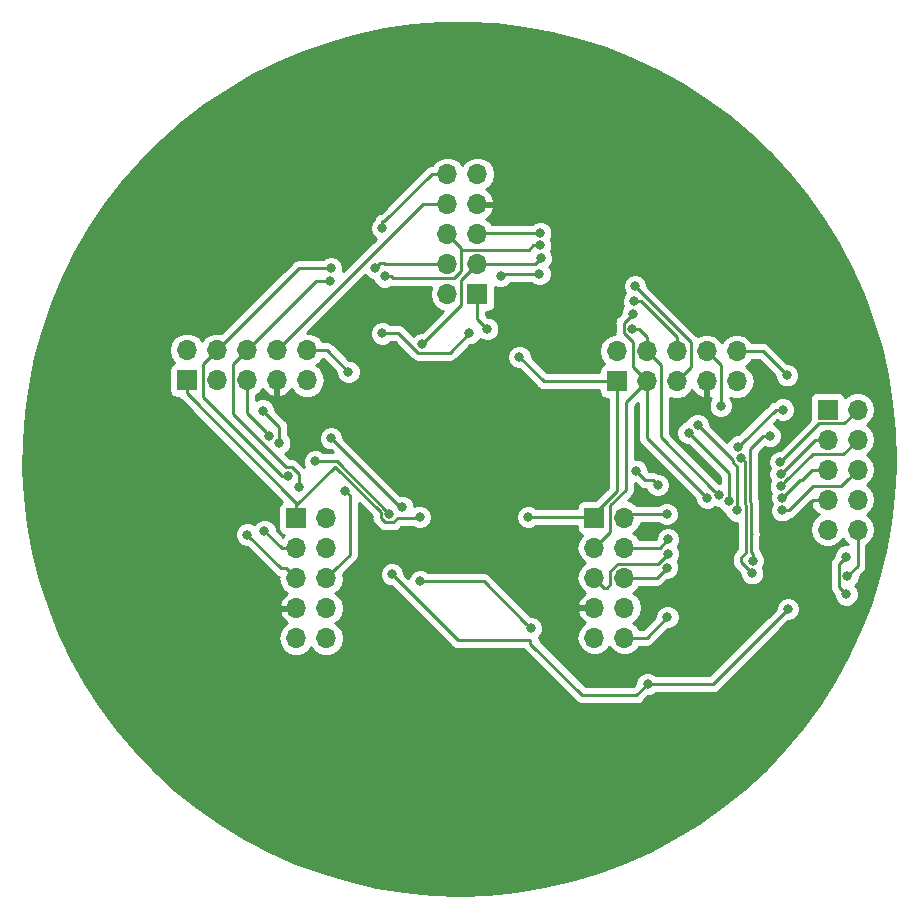
<source format=gbr>
G04 #@! TF.GenerationSoftware,KiCad,Pcbnew,5.0.2-bee76a0~70~ubuntu18.10.1*
G04 #@! TF.CreationDate,2019-05-27T17:13:18+10:00*
G04 #@! TF.ProjectId,mult,6d756c74-2e6b-4696-9361-645f70636258,rev?*
G04 #@! TF.SameCoordinates,Original*
G04 #@! TF.FileFunction,Copper,L1,Top*
G04 #@! TF.FilePolarity,Positive*
%FSLAX46Y46*%
G04 Gerber Fmt 4.6, Leading zero omitted, Abs format (unit mm)*
G04 Created by KiCad (PCBNEW 5.0.2-bee76a0~70~ubuntu18.10.1) date Mon 27 May 2019 17:13:18 AEST*
%MOMM*%
%LPD*%
G01*
G04 APERTURE LIST*
G04 #@! TA.AperFunction,ComponentPad*
%ADD10R,1.700000X1.700000*%
G04 #@! TD*
G04 #@! TA.AperFunction,ComponentPad*
%ADD11O,1.700000X1.700000*%
G04 #@! TD*
G04 #@! TA.AperFunction,ViaPad*
%ADD12C,0.800000*%
G04 #@! TD*
G04 #@! TA.AperFunction,Conductor*
%ADD13C,0.250000*%
G04 #@! TD*
G04 #@! TA.AperFunction,Conductor*
%ADD14C,0.254000*%
G04 #@! TD*
G04 APERTURE END LIST*
D10*
G04 #@! TO.P,J1,1*
G04 #@! TO.N,TXD*
X93940000Y-58900000D03*
D11*
G04 #@! TO.P,J1,2*
G04 #@! TO.N,RXD*
X96480000Y-58900000D03*
G04 #@! TO.P,J1,3*
G04 #@! TO.N,SCK*
X93940000Y-61440000D03*
G04 #@! TO.P,J1,4*
G04 #@! TO.N,MOSI*
X96480000Y-61440000D03*
G04 #@! TO.P,J1,5*
G04 #@! TO.N,RST*
X93940000Y-63980000D03*
G04 #@! TO.P,J1,6*
G04 #@! TO.N,MISO*
X96480000Y-63980000D03*
G04 #@! TO.P,J1,7*
G04 #@! TO.N,VCC*
X93940000Y-66520000D03*
G04 #@! TO.P,J1,8*
G04 #@! TO.N,SDA*
X96480000Y-66520000D03*
G04 #@! TO.P,J1,9*
G04 #@! TO.N,GND*
X93940000Y-69060000D03*
G04 #@! TO.P,J1,10*
G04 #@! TO.N,SCL*
X96480000Y-69060000D03*
G04 #@! TD*
D10*
G04 #@! TO.P,J2,1*
G04 #@! TO.N,TXD*
X39700000Y-56400000D03*
D11*
G04 #@! TO.P,J2,2*
G04 #@! TO.N,RXD*
X39700000Y-53860000D03*
G04 #@! TO.P,J2,3*
G04 #@! TO.N,SCK*
X42240000Y-56400000D03*
G04 #@! TO.P,J2,4*
G04 #@! TO.N,MOSI*
X42240000Y-53860000D03*
G04 #@! TO.P,J2,5*
G04 #@! TO.N,RST*
X44780000Y-56400000D03*
G04 #@! TO.P,J2,6*
G04 #@! TO.N,MISO*
X44780000Y-53860000D03*
G04 #@! TO.P,J2,7*
G04 #@! TO.N,VCC*
X47320000Y-56400000D03*
G04 #@! TO.P,J2,8*
G04 #@! TO.N,SDA*
X47320000Y-53860000D03*
G04 #@! TO.P,J2,9*
G04 #@! TO.N,GND*
X49860000Y-56400000D03*
G04 #@! TO.P,J2,10*
G04 #@! TO.N,SCL*
X49860000Y-53860000D03*
G04 #@! TD*
D10*
G04 #@! TO.P,J3,1*
G04 #@! TO.N,TXD*
X64300000Y-49120000D03*
D11*
G04 #@! TO.P,J3,2*
G04 #@! TO.N,RXD*
X61760000Y-49120000D03*
G04 #@! TO.P,J3,3*
G04 #@! TO.N,SCK*
X64300000Y-46580000D03*
G04 #@! TO.P,J3,4*
G04 #@! TO.N,MOSI*
X61760000Y-46580000D03*
G04 #@! TO.P,J3,5*
G04 #@! TO.N,RST*
X64300000Y-44040000D03*
G04 #@! TO.P,J3,6*
G04 #@! TO.N,MISO*
X61760000Y-44040000D03*
G04 #@! TO.P,J3,7*
G04 #@! TO.N,VCC*
X64300000Y-41500000D03*
G04 #@! TO.P,J3,8*
G04 #@! TO.N,SDA*
X61760000Y-41500000D03*
G04 #@! TO.P,J3,9*
G04 #@! TO.N,GND*
X64300000Y-38960000D03*
G04 #@! TO.P,J3,10*
G04 #@! TO.N,SCL*
X61760000Y-38960000D03*
G04 #@! TD*
G04 #@! TO.P,J4,10*
G04 #@! TO.N,SCL*
X51490000Y-78260000D03*
G04 #@! TO.P,J4,9*
G04 #@! TO.N,GND*
X48950000Y-78260000D03*
G04 #@! TO.P,J4,8*
G04 #@! TO.N,SDA*
X51490000Y-75720000D03*
G04 #@! TO.P,J4,7*
G04 #@! TO.N,VCC*
X48950000Y-75720000D03*
G04 #@! TO.P,J4,6*
G04 #@! TO.N,MISO*
X51490000Y-73180000D03*
G04 #@! TO.P,J4,5*
G04 #@! TO.N,RST*
X48950000Y-73180000D03*
G04 #@! TO.P,J4,4*
G04 #@! TO.N,MOSI*
X51490000Y-70640000D03*
G04 #@! TO.P,J4,3*
G04 #@! TO.N,SCK*
X48950000Y-70640000D03*
G04 #@! TO.P,J4,2*
G04 #@! TO.N,RXD*
X51490000Y-68100000D03*
D10*
G04 #@! TO.P,J4,1*
G04 #@! TO.N,TXD*
X48950000Y-68100000D03*
G04 #@! TD*
D11*
G04 #@! TO.P,J5,10*
G04 #@! TO.N,SCL*
X76740000Y-78210000D03*
G04 #@! TO.P,J5,9*
G04 #@! TO.N,GND*
X74200000Y-78210000D03*
G04 #@! TO.P,J5,8*
G04 #@! TO.N,SDA*
X76740000Y-75670000D03*
G04 #@! TO.P,J5,7*
G04 #@! TO.N,VCC*
X74200000Y-75670000D03*
G04 #@! TO.P,J5,6*
G04 #@! TO.N,MISO*
X76740000Y-73130000D03*
G04 #@! TO.P,J5,5*
G04 #@! TO.N,RST*
X74200000Y-73130000D03*
G04 #@! TO.P,J5,4*
G04 #@! TO.N,MOSI*
X76740000Y-70590000D03*
G04 #@! TO.P,J5,3*
G04 #@! TO.N,SCK*
X74200000Y-70590000D03*
G04 #@! TO.P,J5,2*
G04 #@! TO.N,RXD*
X76740000Y-68050000D03*
D10*
G04 #@! TO.P,J5,1*
G04 #@! TO.N,TXD*
X74200000Y-68050000D03*
G04 #@! TD*
G04 #@! TO.P,J6,1*
G04 #@! TO.N,TXD*
X76090000Y-56500000D03*
D11*
G04 #@! TO.P,J6,2*
G04 #@! TO.N,RXD*
X76090000Y-53960000D03*
G04 #@! TO.P,J6,3*
G04 #@! TO.N,SCK*
X78630000Y-56500000D03*
G04 #@! TO.P,J6,4*
G04 #@! TO.N,MOSI*
X78630000Y-53960000D03*
G04 #@! TO.P,J6,5*
G04 #@! TO.N,RST*
X81170000Y-56500000D03*
G04 #@! TO.P,J6,6*
G04 #@! TO.N,MISO*
X81170000Y-53960000D03*
G04 #@! TO.P,J6,7*
G04 #@! TO.N,VCC*
X83710000Y-56500000D03*
G04 #@! TO.P,J6,8*
G04 #@! TO.N,SDA*
X83710000Y-53960000D03*
G04 #@! TO.P,J6,9*
G04 #@! TO.N,GND*
X86250000Y-56500000D03*
G04 #@! TO.P,J6,10*
G04 #@! TO.N,SCL*
X86250000Y-53960000D03*
G04 #@! TD*
D12*
G04 #@! TO.N,TXD*
X67850000Y-54450000D03*
X65130000Y-52060000D03*
X59420000Y-68000000D03*
X68590000Y-68000000D03*
X79560000Y-65280000D03*
X77700000Y-64080000D03*
X86398855Y-62037731D03*
X90160000Y-58900000D03*
G04 #@! TO.N,RXD*
X80310000Y-67750000D03*
X89957340Y-63337340D03*
G04 #@! TO.N,SCK*
X59620000Y-53370000D03*
X77454999Y-50784999D03*
X46270000Y-69170000D03*
X47520000Y-61730000D03*
X46130000Y-58980000D03*
X89970000Y-64350000D03*
X83750114Y-66392863D03*
X69647340Y-46092660D03*
G04 #@! TO.N,MOSI*
X51900000Y-46940000D03*
X55610000Y-46910000D03*
X48295010Y-64533078D03*
X80430000Y-69890000D03*
X89981441Y-65378286D03*
X84724722Y-66168893D03*
X77400000Y-52070000D03*
X69540000Y-47410000D03*
X66260000Y-47570000D03*
G04 #@! TO.N,RST*
X63620000Y-52430000D03*
X56240000Y-52450000D03*
X44820000Y-69480000D03*
X46692942Y-61143406D03*
X80430000Y-71110000D03*
X90110000Y-66370000D03*
X82171219Y-60857315D03*
X85585744Y-66677485D03*
X77640000Y-48440000D03*
X69610000Y-43970000D03*
G04 #@! TO.N,MISO*
X51800000Y-48000000D03*
X56450000Y-47620000D03*
X53090000Y-65760000D03*
X49176111Y-65437256D03*
X80350000Y-72280000D03*
X90110000Y-67420000D03*
X82950000Y-60230000D03*
X86241142Y-67432785D03*
X77560000Y-49740000D03*
X69580000Y-45000000D03*
G04 #@! TO.N,SDA*
X50560000Y-63290000D03*
X56820000Y-67700000D03*
X57060000Y-72840000D03*
X78700000Y-82150000D03*
X95540000Y-71350000D03*
X95540000Y-74550000D03*
X84910000Y-58580000D03*
X86654990Y-63004384D03*
X87567660Y-72757660D03*
X90589040Y-75786531D03*
G04 #@! TO.N,SCL*
X56250000Y-43530000D03*
X53380000Y-55700000D03*
X51900000Y-61320000D03*
X57930000Y-67150000D03*
X59450000Y-73450000D03*
X68822949Y-77420531D03*
X80390000Y-76460000D03*
X90510000Y-55990000D03*
X89080000Y-61130000D03*
X95630000Y-72960000D03*
X87620000Y-71680000D03*
G04 #@! TD*
D13*
G04 #@! TO.N,TXD*
X74990000Y-56500000D02*
X76090000Y-56500000D01*
X48950000Y-66783004D02*
X39700000Y-57533004D01*
X39700000Y-57500000D02*
X39700000Y-56400000D01*
X48950000Y-68100000D02*
X48950000Y-66783004D01*
X39700000Y-57533004D02*
X39700000Y-57500000D01*
X56471998Y-68425002D02*
X56094998Y-68048002D01*
X56094998Y-68048002D02*
X56094998Y-67611408D01*
X52209989Y-63740011D02*
X48950000Y-67000000D01*
X52223601Y-63740011D02*
X52209989Y-63740011D01*
X48950000Y-67000000D02*
X48950000Y-68100000D01*
X57543004Y-68050000D02*
X57168002Y-68425002D01*
X56094998Y-67611408D02*
X52223601Y-63740011D01*
X57168002Y-68425002D02*
X56471998Y-68425002D01*
X74990000Y-56500000D02*
X69900000Y-56500000D01*
X69900000Y-56500000D02*
X67850000Y-54450000D01*
X64300000Y-51230000D02*
X65130000Y-52060000D01*
X64300000Y-49120000D02*
X64300000Y-51230000D01*
X57543004Y-68050000D02*
X59370000Y-68050000D01*
X59370000Y-68050000D02*
X59420000Y-68000000D01*
X74150000Y-68000000D02*
X74200000Y-68050000D01*
X68590000Y-68000000D02*
X74150000Y-68000000D01*
X76090000Y-56500000D02*
X76090000Y-65813590D01*
X74200000Y-67703590D02*
X74200000Y-68050000D01*
X76090000Y-65813590D02*
X74200000Y-67703590D01*
X79160001Y-64880001D02*
X78500001Y-64880001D01*
X79560000Y-65280000D02*
X79160001Y-64880001D01*
X78500001Y-64880001D02*
X77700000Y-64080000D01*
X89536586Y-58900000D02*
X86798854Y-61637732D01*
X86798854Y-61637732D02*
X86398855Y-62037731D01*
X89650000Y-58900000D02*
X89536586Y-58900000D01*
X89650000Y-58900000D02*
X90160000Y-58900000D01*
G04 #@! TO.N,RXD*
X77040000Y-67750000D02*
X76740000Y-68050000D01*
X80310000Y-67750000D02*
X77040000Y-67750000D01*
X95304999Y-60075001D02*
X93219679Y-60075001D01*
X96480000Y-58900000D02*
X95304999Y-60075001D01*
X90357339Y-62937341D02*
X89957340Y-63337340D01*
X93219679Y-60075001D02*
X90357339Y-62937341D01*
G04 #@! TO.N,SCK*
X63450001Y-47429999D02*
X64300000Y-46580000D01*
X62935001Y-47944999D02*
X63450001Y-47429999D01*
X62935001Y-50054999D02*
X62935001Y-47944999D01*
X59620000Y-53370000D02*
X62935001Y-50054999D01*
X48950000Y-70640000D02*
X47740000Y-70640000D01*
X47740000Y-70640000D02*
X46270000Y-69170000D01*
X47520000Y-60370000D02*
X46130000Y-58980000D01*
X47520000Y-61730000D02*
X47520000Y-60370000D01*
X75564999Y-69225001D02*
X75564999Y-66975001D01*
X74200000Y-70590000D02*
X75564999Y-69225001D01*
X75564999Y-66975001D02*
X76860000Y-65680000D01*
X76860000Y-58270000D02*
X78630000Y-56500000D01*
X76860000Y-65680000D02*
X76860000Y-58270000D01*
X93940000Y-61440000D02*
X92880000Y-61440000D01*
X92880000Y-61440000D02*
X89970000Y-64350000D01*
X78630000Y-56500000D02*
X78630000Y-61272749D01*
X78630000Y-61272749D02*
X83350115Y-65992864D01*
X83350115Y-65992864D02*
X83750114Y-66392863D01*
X64300000Y-46580000D02*
X69160000Y-46580000D01*
X69247341Y-46492659D02*
X69647340Y-46092660D01*
X69160000Y-46580000D02*
X69247341Y-46492659D01*
X77454999Y-55324999D02*
X77780001Y-55650001D01*
X76674998Y-52418002D02*
X77454999Y-53198003D01*
X77454999Y-50784999D02*
X76674998Y-51565000D01*
X77780001Y-55650001D02*
X78630000Y-56500000D01*
X76674998Y-51565000D02*
X76674998Y-52418002D01*
X77454999Y-53198003D02*
X77454999Y-55324999D01*
G04 #@! TO.N,MOSI*
X42240000Y-53860000D02*
X49160000Y-46940000D01*
X49160000Y-46940000D02*
X51900000Y-46940000D01*
X55610000Y-46910000D02*
X56009999Y-46510001D01*
X60557919Y-46580000D02*
X61760000Y-46580000D01*
X56009999Y-46510001D02*
X56413003Y-46510001D01*
X56413003Y-46510001D02*
X56483002Y-46580000D01*
X56483002Y-46580000D02*
X60557919Y-46580000D01*
X47729325Y-64533078D02*
X48295010Y-64533078D01*
X41064999Y-57868752D02*
X47729325Y-64533078D01*
X41064999Y-55035001D02*
X41064999Y-57868752D01*
X42240000Y-53860000D02*
X41064999Y-55035001D01*
X76740000Y-70590000D02*
X79730000Y-70590000D01*
X79730000Y-70590000D02*
X80430000Y-69890000D01*
X95240000Y-62680000D02*
X92679727Y-62680000D01*
X96480000Y-61440000D02*
X95240000Y-62680000D01*
X92679727Y-62680000D02*
X90381440Y-64978287D01*
X90381440Y-64978287D02*
X89981441Y-65378286D01*
X79805001Y-61249172D02*
X84324723Y-65768894D01*
X78630000Y-53960000D02*
X79805001Y-55135001D01*
X84324723Y-65768894D02*
X84724722Y-66168893D01*
X79805001Y-55135001D02*
X79805001Y-61249172D01*
X78630000Y-52757919D02*
X77942081Y-52070000D01*
X77942081Y-52070000D02*
X77400000Y-52070000D01*
X78630000Y-53960000D02*
X78630000Y-52757919D01*
X69540000Y-47410000D02*
X66420000Y-47410000D01*
X66420000Y-47410000D02*
X66260000Y-47570000D01*
G04 #@! TO.N,RST*
X61954999Y-54095001D02*
X59271999Y-54095001D01*
X59271999Y-54095001D02*
X57606998Y-52430000D01*
X57606998Y-52430000D02*
X56260000Y-52430000D01*
X56260000Y-52430000D02*
X56240000Y-52450000D01*
X63620000Y-52430000D02*
X61954999Y-54095001D01*
X48100001Y-72330001D02*
X47670001Y-72330001D01*
X48950000Y-73180000D02*
X48100001Y-72330001D01*
X47670001Y-72330001D02*
X44820000Y-69480000D01*
X44780000Y-56400000D02*
X44780000Y-59230464D01*
X44780000Y-59230464D02*
X46292943Y-60743407D01*
X46292943Y-60743407D02*
X46692942Y-61143406D01*
X79585001Y-71954999D02*
X80430000Y-71110000D01*
X76175999Y-71954999D02*
X79585001Y-71954999D01*
X75049999Y-73979999D02*
X75279001Y-73979999D01*
X75279001Y-73979999D02*
X75564999Y-73694001D01*
X74200000Y-73130000D02*
X75049999Y-73979999D01*
X75564999Y-73694001D02*
X75564999Y-72565999D01*
X75564999Y-72565999D02*
X76175999Y-71954999D01*
X92590000Y-63980000D02*
X93940000Y-63980000D01*
X91650000Y-64830000D02*
X91740000Y-64830000D01*
X91740000Y-64830000D02*
X92590000Y-63980000D01*
X90110000Y-66370000D02*
X91650000Y-64830000D01*
X85585744Y-64271840D02*
X85585744Y-66111800D01*
X85585744Y-66111800D02*
X85585744Y-66677485D01*
X82171219Y-60857315D02*
X85585744Y-64271840D01*
X82345001Y-53145001D02*
X77640000Y-48440000D01*
X81170000Y-56500000D02*
X82345001Y-55324999D01*
X82345001Y-55324999D02*
X82345001Y-53145001D01*
X64370000Y-43970000D02*
X64300000Y-44040000D01*
X69610000Y-43970000D02*
X64370000Y-43970000D01*
G04 #@! TO.N,MISO*
X44780000Y-53860000D02*
X50640000Y-48000000D01*
X50640000Y-48000000D02*
X51800000Y-48000000D01*
X62609999Y-44889999D02*
X61760000Y-44040000D01*
X62935001Y-45215001D02*
X62609999Y-44889999D01*
X62324001Y-47755001D02*
X62935001Y-47144001D01*
X57150686Y-47755001D02*
X62324001Y-47755001D01*
X57015685Y-47620000D02*
X57150686Y-47755001D01*
X56450000Y-47620000D02*
X57015685Y-47620000D01*
X53489999Y-71180001D02*
X52339999Y-72330001D01*
X53489999Y-66159999D02*
X53489999Y-71180001D01*
X52339999Y-72330001D02*
X51490000Y-73180000D01*
X53090000Y-65760000D02*
X53489999Y-66159999D01*
X49176111Y-64871571D02*
X49176111Y-65437256D01*
X49176111Y-64368099D02*
X49176111Y-64871571D01*
X48089539Y-63784999D02*
X48593011Y-63784999D01*
X44780000Y-53860000D02*
X43604999Y-55035001D01*
X43604999Y-55035001D02*
X43604999Y-59300459D01*
X43604999Y-59300459D02*
X48089539Y-63784999D01*
X48593011Y-63784999D02*
X49176111Y-64368099D01*
X76740000Y-73130000D02*
X79500000Y-73130000D01*
X79500000Y-73130000D02*
X80350000Y-72280000D01*
X95630001Y-64829999D02*
X96480000Y-63980000D01*
X90675685Y-67420000D02*
X92750686Y-65344999D01*
X95115001Y-65344999D02*
X95630001Y-64829999D01*
X90110000Y-67420000D02*
X90675685Y-67420000D01*
X92750686Y-65344999D02*
X95115001Y-65344999D01*
X85929989Y-63348629D02*
X86310745Y-63729385D01*
X85929989Y-63209989D02*
X85929989Y-63348629D01*
X82950000Y-60230000D02*
X85929989Y-63209989D01*
X86310745Y-67363182D02*
X86241142Y-67432785D01*
X86310745Y-63729385D02*
X86310745Y-67363182D01*
X78152081Y-49740000D02*
X77560000Y-49740000D01*
X81170000Y-53960000D02*
X81170000Y-52757919D01*
X81170000Y-52757919D02*
X78152081Y-49740000D01*
X68654315Y-45360000D02*
X62935001Y-45360000D01*
X69014315Y-45000000D02*
X68654315Y-45360000D01*
X69580000Y-45000000D02*
X69014315Y-45000000D01*
X62935001Y-47144001D02*
X62935001Y-45360000D01*
X62935001Y-45360000D02*
X62935001Y-45215001D01*
G04 #@! TO.N,VCC*
X47320000Y-57602081D02*
X47527919Y-57810000D01*
X47320000Y-56400000D02*
X47320000Y-57602081D01*
X47527919Y-57810000D02*
X47527919Y-58267919D01*
X92510000Y-66747919D02*
X92510000Y-67170000D01*
X92737919Y-66520000D02*
X93940000Y-66520000D01*
X92510000Y-66747919D02*
X92737919Y-66520000D01*
X92737919Y-66520000D02*
X92140000Y-67117919D01*
G04 #@! TO.N,SDA*
X59680000Y-41500000D02*
X61760000Y-41500000D01*
X47320000Y-53860000D02*
X59680000Y-41500000D01*
X50560000Y-63290000D02*
X52410000Y-63290000D01*
X52410000Y-63290000D02*
X56820000Y-67700000D01*
X62640000Y-78420000D02*
X68790000Y-78420000D01*
X57060000Y-72840000D02*
X62640000Y-78420000D01*
X68790000Y-78420000D02*
X68790000Y-78720000D01*
X68790000Y-78720000D02*
X73170000Y-83100000D01*
X73170000Y-83100000D02*
X77750000Y-83100000D01*
X77750000Y-83100000D02*
X78700000Y-82150000D01*
X83710000Y-53960000D02*
X84885001Y-55135001D01*
X84885001Y-55135001D02*
X84885001Y-58535001D01*
X94904998Y-71985002D02*
X94904998Y-73914998D01*
X95140001Y-74150001D02*
X95540000Y-74550000D01*
X94904998Y-73914998D02*
X95140001Y-74150001D01*
X95540000Y-71350000D02*
X94904998Y-71985002D01*
X86929989Y-63279383D02*
X86929989Y-66906400D01*
X87030000Y-71006998D02*
X86630001Y-71406997D01*
X87030000Y-72220000D02*
X87567660Y-72757660D01*
X86929989Y-66906400D02*
X87030000Y-67006411D01*
X86630001Y-71820001D02*
X87030000Y-72220000D01*
X86654990Y-63004384D02*
X86929989Y-63279383D01*
X86630001Y-71406997D02*
X86630001Y-71820001D01*
X87030000Y-67006411D02*
X87030000Y-71006998D01*
X84225571Y-82150000D02*
X90189041Y-76186530D01*
X78700000Y-82150000D02*
X84225571Y-82150000D01*
X90189041Y-76186530D02*
X90589040Y-75786531D01*
G04 #@! TO.N,SCL*
X56250000Y-43530000D02*
X56250000Y-42964315D01*
X56250000Y-42964315D02*
X56425685Y-42964315D01*
X60430000Y-38960000D02*
X61760000Y-38960000D01*
X56425685Y-42964315D02*
X60430000Y-38960000D01*
X49860000Y-53860000D02*
X51540000Y-53860000D01*
X51540000Y-53860000D02*
X53380000Y-55700000D01*
X51900000Y-61320000D02*
X57730000Y-67150000D01*
X57730000Y-67150000D02*
X57930000Y-67150000D01*
X59450000Y-73450000D02*
X64852418Y-73450000D01*
X64852418Y-73450000D02*
X68422950Y-77020532D01*
X68422950Y-77020532D02*
X68822949Y-77420531D01*
X76740000Y-78210000D02*
X78640000Y-78210000D01*
X78640000Y-78210000D02*
X80390000Y-76460000D01*
X86250000Y-53960000D02*
X88480000Y-53960000D01*
X88480000Y-53960000D02*
X90510000Y-55990000D01*
X89080000Y-61130000D02*
X88514315Y-61130000D01*
X88514315Y-61130000D02*
X87380000Y-62264315D01*
X87480010Y-69400010D02*
X87520000Y-69440000D01*
X87380000Y-66720001D02*
X87480010Y-66820011D01*
X87380000Y-62264315D02*
X87380000Y-66720001D01*
X87480010Y-66820011D02*
X87480010Y-69400010D01*
X96480000Y-69060000D02*
X96480000Y-72110000D01*
X96480000Y-72110000D02*
X95630000Y-72960000D01*
X87480010Y-70974325D02*
X87480010Y-69400010D01*
X87620000Y-71114315D02*
X87480010Y-70974325D01*
X87620000Y-71680000D02*
X87620000Y-71114315D01*
G04 #@! TD*
D14*
G04 #@! TO.N,VCC*
G36*
X65902192Y-26294871D02*
X68268392Y-26574929D01*
X70611587Y-27007100D01*
X72922009Y-27589582D01*
X75190027Y-28319946D01*
X77406185Y-29195149D01*
X79561245Y-30211541D01*
X81646223Y-31364886D01*
X83652426Y-32650375D01*
X85571493Y-34062649D01*
X87395422Y-35595822D01*
X89116610Y-37243501D01*
X90727882Y-38998819D01*
X92222521Y-40854456D01*
X93594296Y-42802678D01*
X94837489Y-44835363D01*
X95946916Y-46944038D01*
X96917953Y-49119911D01*
X97746552Y-51353911D01*
X98429259Y-53636727D01*
X98963227Y-55958841D01*
X99346231Y-58310573D01*
X99576674Y-60682120D01*
X99653595Y-63063594D01*
X99646794Y-63772049D01*
X99524169Y-66151607D01*
X99248241Y-68518293D01*
X98820160Y-70862239D01*
X98241712Y-73173674D01*
X97515307Y-75442963D01*
X96643973Y-77660645D01*
X95631344Y-79817476D01*
X94481640Y-81904463D01*
X93199654Y-83912907D01*
X91790731Y-85834436D01*
X90260744Y-87661038D01*
X88616072Y-89385100D01*
X86863569Y-90999433D01*
X85010543Y-92497308D01*
X83064718Y-93872481D01*
X81034206Y-95119220D01*
X78927471Y-96232325D01*
X76753296Y-97207159D01*
X74520745Y-98039656D01*
X72239124Y-98726345D01*
X69917946Y-99264366D01*
X67566886Y-99651474D01*
X65195745Y-99886055D01*
X62814409Y-99967133D01*
X60432804Y-99894368D01*
X58060859Y-99668065D01*
X55708462Y-99289166D01*
X53385420Y-98759251D01*
X51101416Y-98080530D01*
X48865972Y-97255831D01*
X46688408Y-96288593D01*
X44577800Y-95182848D01*
X42542949Y-93943205D01*
X40592335Y-92574833D01*
X38734092Y-91083435D01*
X36975965Y-89475229D01*
X35325284Y-87756919D01*
X33788931Y-85935668D01*
X32373309Y-84019070D01*
X31084320Y-82015112D01*
X29927338Y-79932151D01*
X28907186Y-77778868D01*
X28028117Y-75564241D01*
X27293795Y-73297502D01*
X26707282Y-70988100D01*
X26271022Y-68645662D01*
X25986834Y-66279954D01*
X25855904Y-63900838D01*
X25878776Y-61518232D01*
X26055355Y-59142068D01*
X26384906Y-56782252D01*
X26866054Y-54448621D01*
X27027634Y-53860000D01*
X38185908Y-53860000D01*
X38301161Y-54439418D01*
X38629375Y-54930625D01*
X38647619Y-54942816D01*
X38602235Y-54951843D01*
X38392191Y-55092191D01*
X38251843Y-55302235D01*
X38202560Y-55550000D01*
X38202560Y-57250000D01*
X38251843Y-57497765D01*
X38392191Y-57707809D01*
X38602235Y-57848157D01*
X38850000Y-57897440D01*
X39029465Y-57897440D01*
X39152071Y-58080933D01*
X39215530Y-58123335D01*
X47787375Y-66695182D01*
X47642191Y-66792191D01*
X47501843Y-67002235D01*
X47452560Y-67250000D01*
X47452560Y-68950000D01*
X47501843Y-69197765D01*
X47642191Y-69407809D01*
X47852235Y-69548157D01*
X47897619Y-69557184D01*
X47879375Y-69569375D01*
X47825222Y-69650420D01*
X47305000Y-69130199D01*
X47305000Y-68964126D01*
X47147431Y-68583720D01*
X46856280Y-68292569D01*
X46475874Y-68135000D01*
X46064126Y-68135000D01*
X45683720Y-68292569D01*
X45392569Y-68583720D01*
X45387913Y-68594961D01*
X45025874Y-68445000D01*
X44614126Y-68445000D01*
X44233720Y-68602569D01*
X43942569Y-68893720D01*
X43785000Y-69274126D01*
X43785000Y-69685874D01*
X43942569Y-70066280D01*
X44233720Y-70357431D01*
X44614126Y-70515000D01*
X44780199Y-70515000D01*
X47079671Y-72814473D01*
X47122072Y-72877930D01*
X47373464Y-73045905D01*
X47459189Y-73062957D01*
X47435908Y-73180000D01*
X47551161Y-73759418D01*
X47879375Y-74250625D01*
X48198478Y-74463843D01*
X48068642Y-74524817D01*
X47678355Y-74953076D01*
X47508524Y-75363110D01*
X47629845Y-75593000D01*
X48823000Y-75593000D01*
X48823000Y-75573000D01*
X49077000Y-75573000D01*
X49077000Y-75593000D01*
X49097000Y-75593000D01*
X49097000Y-75847000D01*
X49077000Y-75847000D01*
X49077000Y-75867000D01*
X48823000Y-75867000D01*
X48823000Y-75847000D01*
X47629845Y-75847000D01*
X47508524Y-76076890D01*
X47678355Y-76486924D01*
X48068642Y-76915183D01*
X48198478Y-76976157D01*
X47879375Y-77189375D01*
X47551161Y-77680582D01*
X47435908Y-78260000D01*
X47551161Y-78839418D01*
X47879375Y-79330625D01*
X48370582Y-79658839D01*
X48803744Y-79745000D01*
X49096256Y-79745000D01*
X49529418Y-79658839D01*
X50020625Y-79330625D01*
X50220000Y-79032239D01*
X50419375Y-79330625D01*
X50910582Y-79658839D01*
X51343744Y-79745000D01*
X51636256Y-79745000D01*
X52069418Y-79658839D01*
X52560625Y-79330625D01*
X52888839Y-78839418D01*
X53004092Y-78260000D01*
X52888839Y-77680582D01*
X52560625Y-77189375D01*
X52262239Y-76990000D01*
X52560625Y-76790625D01*
X52888839Y-76299418D01*
X53004092Y-75720000D01*
X52888839Y-75140582D01*
X52560625Y-74649375D01*
X52262239Y-74450000D01*
X52560625Y-74250625D01*
X52888839Y-73759418D01*
X53004092Y-73180000D01*
X52931209Y-72813592D01*
X53110675Y-72634126D01*
X56025000Y-72634126D01*
X56025000Y-73045874D01*
X56182569Y-73426280D01*
X56473720Y-73717431D01*
X56854126Y-73875000D01*
X57020199Y-73875000D01*
X62049671Y-78904473D01*
X62092071Y-78967929D01*
X62155527Y-79010329D01*
X62343462Y-79135904D01*
X62391605Y-79145480D01*
X62565148Y-79180000D01*
X62565152Y-79180000D01*
X62640000Y-79194888D01*
X62714848Y-79180000D01*
X68183319Y-79180000D01*
X68242071Y-79267929D01*
X68305529Y-79310330D01*
X72579673Y-83584476D01*
X72622071Y-83647929D01*
X72685524Y-83690327D01*
X72685526Y-83690329D01*
X72810902Y-83774102D01*
X72873463Y-83815904D01*
X73095148Y-83860000D01*
X73095152Y-83860000D01*
X73169999Y-83874888D01*
X73244846Y-83860000D01*
X77675153Y-83860000D01*
X77750000Y-83874888D01*
X77824847Y-83860000D01*
X77824852Y-83860000D01*
X78046537Y-83815904D01*
X78297929Y-83647929D01*
X78340331Y-83584470D01*
X78739801Y-83185000D01*
X78905874Y-83185000D01*
X79286280Y-83027431D01*
X79403711Y-82910000D01*
X84150724Y-82910000D01*
X84225571Y-82924888D01*
X84300418Y-82910000D01*
X84300423Y-82910000D01*
X84522108Y-82865904D01*
X84773500Y-82697929D01*
X84815902Y-82634470D01*
X90628842Y-76821531D01*
X90794914Y-76821531D01*
X91175320Y-76663962D01*
X91466471Y-76372811D01*
X91624040Y-75992405D01*
X91624040Y-75580657D01*
X91466471Y-75200251D01*
X91175320Y-74909100D01*
X90794914Y-74751531D01*
X90383166Y-74751531D01*
X90002760Y-74909100D01*
X89711609Y-75200251D01*
X89554040Y-75580657D01*
X89554040Y-75746729D01*
X83910770Y-81390000D01*
X79403711Y-81390000D01*
X79286280Y-81272569D01*
X78905874Y-81115000D01*
X78494126Y-81115000D01*
X78113720Y-81272569D01*
X77822569Y-81563720D01*
X77665000Y-81944126D01*
X77665000Y-82110199D01*
X77435199Y-82340000D01*
X73484803Y-82340000D01*
X69564874Y-78420073D01*
X69564889Y-78420000D01*
X69518816Y-78188375D01*
X69700380Y-78006811D01*
X69857949Y-77626405D01*
X69857949Y-77214657D01*
X69700380Y-76834251D01*
X69409229Y-76543100D01*
X69028823Y-76385531D01*
X68862751Y-76385531D01*
X65442749Y-72965530D01*
X65400347Y-72902071D01*
X65148955Y-72734096D01*
X64927270Y-72690000D01*
X64927265Y-72690000D01*
X64852418Y-72675112D01*
X64777571Y-72690000D01*
X60153711Y-72690000D01*
X60036280Y-72572569D01*
X59655874Y-72415000D01*
X59244126Y-72415000D01*
X58863720Y-72572569D01*
X58572569Y-72863720D01*
X58451297Y-73156496D01*
X58095000Y-72800199D01*
X58095000Y-72634126D01*
X57937431Y-72253720D01*
X57646280Y-71962569D01*
X57265874Y-71805000D01*
X56854126Y-71805000D01*
X56473720Y-71962569D01*
X56182569Y-72253720D01*
X56025000Y-72634126D01*
X53110675Y-72634126D01*
X53974472Y-71770330D01*
X54037928Y-71727930D01*
X54205903Y-71476538D01*
X54249999Y-71254853D01*
X54249999Y-71254849D01*
X54264887Y-71180001D01*
X54249999Y-71105153D01*
X54249999Y-66841211D01*
X55334998Y-67926210D01*
X55334998Y-67973155D01*
X55320110Y-68048002D01*
X55334998Y-68122849D01*
X55334998Y-68122853D01*
X55379094Y-68344538D01*
X55547069Y-68595931D01*
X55610528Y-68638333D01*
X55881667Y-68909472D01*
X55924069Y-68972931D01*
X56175461Y-69140906D01*
X56397146Y-69185002D01*
X56397150Y-69185002D01*
X56471998Y-69199890D01*
X56546846Y-69185002D01*
X57093155Y-69185002D01*
X57168002Y-69199890D01*
X57242849Y-69185002D01*
X57242854Y-69185002D01*
X57464539Y-69140906D01*
X57715931Y-68972931D01*
X57758333Y-68909472D01*
X57857805Y-68810000D01*
X58766289Y-68810000D01*
X58833720Y-68877431D01*
X59214126Y-69035000D01*
X59625874Y-69035000D01*
X60006280Y-68877431D01*
X60297431Y-68586280D01*
X60455000Y-68205874D01*
X60455000Y-67794126D01*
X60297431Y-67413720D01*
X60006280Y-67122569D01*
X59625874Y-66965000D01*
X59214126Y-66965000D01*
X58965000Y-67068191D01*
X58965000Y-66944126D01*
X58807431Y-66563720D01*
X58516280Y-66272569D01*
X58135874Y-66115000D01*
X57769802Y-66115000D01*
X52935000Y-61280199D01*
X52935000Y-61114126D01*
X52777431Y-60733720D01*
X52486280Y-60442569D01*
X52105874Y-60285000D01*
X51694126Y-60285000D01*
X51313720Y-60442569D01*
X51022569Y-60733720D01*
X50865000Y-61114126D01*
X50865000Y-61525874D01*
X51022569Y-61906280D01*
X51313720Y-62197431D01*
X51694126Y-62355000D01*
X51860199Y-62355000D01*
X52035199Y-62530000D01*
X51263711Y-62530000D01*
X51146280Y-62412569D01*
X50765874Y-62255000D01*
X50354126Y-62255000D01*
X49973720Y-62412569D01*
X49682569Y-62703720D01*
X49525000Y-63084126D01*
X49525000Y-63495874D01*
X49628458Y-63745644D01*
X49183342Y-63300529D01*
X49140940Y-63237070D01*
X48889548Y-63069095D01*
X48667863Y-63024999D01*
X48667858Y-63024999D01*
X48593011Y-63010111D01*
X48518164Y-63024999D01*
X48404342Y-63024999D01*
X48021776Y-62642434D01*
X48106280Y-62607431D01*
X48397431Y-62316280D01*
X48555000Y-61935874D01*
X48555000Y-61524126D01*
X48397431Y-61143720D01*
X48280000Y-61026289D01*
X48280000Y-60444848D01*
X48294888Y-60370000D01*
X48280000Y-60295152D01*
X48280000Y-60295148D01*
X48235904Y-60073463D01*
X48235904Y-60073462D01*
X48110329Y-59885527D01*
X48067929Y-59822071D01*
X48004473Y-59779671D01*
X47165000Y-58940199D01*
X47165000Y-58774126D01*
X47007431Y-58393720D01*
X46716280Y-58102569D01*
X46335874Y-57945000D01*
X45924126Y-57945000D01*
X45543720Y-58102569D01*
X45540000Y-58106289D01*
X45540000Y-57678178D01*
X45850625Y-57470625D01*
X46063843Y-57151522D01*
X46124817Y-57281358D01*
X46553076Y-57671645D01*
X46963110Y-57841476D01*
X47193000Y-57720155D01*
X47193000Y-56527000D01*
X47173000Y-56527000D01*
X47173000Y-56273000D01*
X47193000Y-56273000D01*
X47193000Y-56253000D01*
X47447000Y-56253000D01*
X47447000Y-56273000D01*
X47467000Y-56273000D01*
X47467000Y-56527000D01*
X47447000Y-56527000D01*
X47447000Y-57720155D01*
X47676890Y-57841476D01*
X48086924Y-57671645D01*
X48515183Y-57281358D01*
X48576157Y-57151522D01*
X48789375Y-57470625D01*
X49280582Y-57798839D01*
X49713744Y-57885000D01*
X50006256Y-57885000D01*
X50439418Y-57798839D01*
X50930625Y-57470625D01*
X51258839Y-56979418D01*
X51374092Y-56400000D01*
X51258839Y-55820582D01*
X50930625Y-55329375D01*
X50632239Y-55130000D01*
X50930625Y-54930625D01*
X51138178Y-54620000D01*
X51225199Y-54620000D01*
X52345000Y-55739802D01*
X52345000Y-55905874D01*
X52502569Y-56286280D01*
X52793720Y-56577431D01*
X53174126Y-56735000D01*
X53585874Y-56735000D01*
X53966280Y-56577431D01*
X54257431Y-56286280D01*
X54415000Y-55905874D01*
X54415000Y-55494126D01*
X54257431Y-55113720D01*
X53966280Y-54822569D01*
X53585874Y-54665000D01*
X53419802Y-54665000D01*
X52130331Y-53375530D01*
X52087929Y-53312071D01*
X51836537Y-53144096D01*
X51614852Y-53100000D01*
X51614847Y-53100000D01*
X51540000Y-53085112D01*
X51465153Y-53100000D01*
X51138178Y-53100000D01*
X50930625Y-52789375D01*
X50439418Y-52461161D01*
X50006256Y-52375000D01*
X49879801Y-52375000D01*
X54745545Y-47509256D01*
X55023720Y-47787431D01*
X55404126Y-47945000D01*
X55464344Y-47945000D01*
X55572569Y-48206280D01*
X55863720Y-48497431D01*
X56244126Y-48655000D01*
X56655874Y-48655000D01*
X57020456Y-48503986D01*
X57075834Y-48515001D01*
X57075838Y-48515001D01*
X57150685Y-48529889D01*
X57225532Y-48515001D01*
X60378254Y-48515001D01*
X60361161Y-48540582D01*
X60245908Y-49120000D01*
X60361161Y-49699418D01*
X60689375Y-50190625D01*
X61180582Y-50518839D01*
X61360559Y-50554639D01*
X59580199Y-52335000D01*
X59414126Y-52335000D01*
X59033720Y-52492569D01*
X58889044Y-52637245D01*
X58197329Y-51945530D01*
X58154927Y-51882071D01*
X57903535Y-51714096D01*
X57681850Y-51670000D01*
X57681845Y-51670000D01*
X57606998Y-51655112D01*
X57532151Y-51670000D01*
X56923711Y-51670000D01*
X56826280Y-51572569D01*
X56445874Y-51415000D01*
X56034126Y-51415000D01*
X55653720Y-51572569D01*
X55362569Y-51863720D01*
X55205000Y-52244126D01*
X55205000Y-52655874D01*
X55362569Y-53036280D01*
X55653720Y-53327431D01*
X56034126Y-53485000D01*
X56445874Y-53485000D01*
X56826280Y-53327431D01*
X56963711Y-53190000D01*
X57292197Y-53190000D01*
X58681670Y-54579474D01*
X58724070Y-54642930D01*
X58975462Y-54810905D01*
X59197147Y-54855001D01*
X59197152Y-54855001D01*
X59271999Y-54869889D01*
X59346846Y-54855001D01*
X61880152Y-54855001D01*
X61954999Y-54869889D01*
X62029846Y-54855001D01*
X62029851Y-54855001D01*
X62251536Y-54810905D01*
X62502928Y-54642930D01*
X62545330Y-54579471D01*
X62880675Y-54244126D01*
X66815000Y-54244126D01*
X66815000Y-54655874D01*
X66972569Y-55036280D01*
X67263720Y-55327431D01*
X67644126Y-55485000D01*
X67810199Y-55485000D01*
X69309671Y-56984473D01*
X69352071Y-57047929D01*
X69415527Y-57090329D01*
X69603462Y-57215904D01*
X69651605Y-57225480D01*
X69825148Y-57260000D01*
X69825152Y-57260000D01*
X69900000Y-57274888D01*
X69974848Y-57260000D01*
X74592560Y-57260000D01*
X74592560Y-57350000D01*
X74641843Y-57597765D01*
X74782191Y-57807809D01*
X74992235Y-57948157D01*
X75240000Y-57997440D01*
X75330000Y-57997440D01*
X75330001Y-65498787D01*
X74276229Y-66552560D01*
X73350000Y-66552560D01*
X73102235Y-66601843D01*
X72892191Y-66742191D01*
X72751843Y-66952235D01*
X72702560Y-67200000D01*
X72702560Y-67240000D01*
X69293711Y-67240000D01*
X69176280Y-67122569D01*
X68795874Y-66965000D01*
X68384126Y-66965000D01*
X68003720Y-67122569D01*
X67712569Y-67413720D01*
X67555000Y-67794126D01*
X67555000Y-68205874D01*
X67712569Y-68586280D01*
X68003720Y-68877431D01*
X68384126Y-69035000D01*
X68795874Y-69035000D01*
X69176280Y-68877431D01*
X69293711Y-68760000D01*
X72702560Y-68760000D01*
X72702560Y-68900000D01*
X72751843Y-69147765D01*
X72892191Y-69357809D01*
X73102235Y-69498157D01*
X73147619Y-69507184D01*
X73129375Y-69519375D01*
X72801161Y-70010582D01*
X72685908Y-70590000D01*
X72801161Y-71169418D01*
X73129375Y-71660625D01*
X73427761Y-71860000D01*
X73129375Y-72059375D01*
X72801161Y-72550582D01*
X72685908Y-73130000D01*
X72801161Y-73709418D01*
X73129375Y-74200625D01*
X73448478Y-74413843D01*
X73318642Y-74474817D01*
X72928355Y-74903076D01*
X72758524Y-75313110D01*
X72879845Y-75543000D01*
X74073000Y-75543000D01*
X74073000Y-75523000D01*
X74327000Y-75523000D01*
X74327000Y-75543000D01*
X74347000Y-75543000D01*
X74347000Y-75797000D01*
X74327000Y-75797000D01*
X74327000Y-75817000D01*
X74073000Y-75817000D01*
X74073000Y-75797000D01*
X72879845Y-75797000D01*
X72758524Y-76026890D01*
X72928355Y-76436924D01*
X73318642Y-76865183D01*
X73448478Y-76926157D01*
X73129375Y-77139375D01*
X72801161Y-77630582D01*
X72685908Y-78210000D01*
X72801161Y-78789418D01*
X73129375Y-79280625D01*
X73620582Y-79608839D01*
X74053744Y-79695000D01*
X74346256Y-79695000D01*
X74779418Y-79608839D01*
X75270625Y-79280625D01*
X75470000Y-78982239D01*
X75669375Y-79280625D01*
X76160582Y-79608839D01*
X76593744Y-79695000D01*
X76886256Y-79695000D01*
X77319418Y-79608839D01*
X77810625Y-79280625D01*
X78018178Y-78970000D01*
X78565153Y-78970000D01*
X78640000Y-78984888D01*
X78714847Y-78970000D01*
X78714852Y-78970000D01*
X78936537Y-78925904D01*
X79187929Y-78757929D01*
X79230331Y-78694470D01*
X80429802Y-77495000D01*
X80595874Y-77495000D01*
X80976280Y-77337431D01*
X81267431Y-77046280D01*
X81425000Y-76665874D01*
X81425000Y-76254126D01*
X81267431Y-75873720D01*
X80976280Y-75582569D01*
X80595874Y-75425000D01*
X80184126Y-75425000D01*
X79803720Y-75582569D01*
X79512569Y-75873720D01*
X79355000Y-76254126D01*
X79355000Y-76420198D01*
X78325199Y-77450000D01*
X78018178Y-77450000D01*
X77810625Y-77139375D01*
X77512239Y-76940000D01*
X77810625Y-76740625D01*
X78138839Y-76249418D01*
X78254092Y-75670000D01*
X78138839Y-75090582D01*
X77810625Y-74599375D01*
X77512239Y-74400000D01*
X77810625Y-74200625D01*
X78018178Y-73890000D01*
X79425153Y-73890000D01*
X79500000Y-73904888D01*
X79574847Y-73890000D01*
X79574852Y-73890000D01*
X79796537Y-73845904D01*
X80047929Y-73677929D01*
X80090331Y-73614470D01*
X80389801Y-73315000D01*
X80555874Y-73315000D01*
X80936280Y-73157431D01*
X81227431Y-72866280D01*
X81385000Y-72485874D01*
X81385000Y-72074126D01*
X81251612Y-71752099D01*
X81307431Y-71696280D01*
X81465000Y-71315874D01*
X81465000Y-70904126D01*
X81307431Y-70523720D01*
X81283711Y-70500000D01*
X81307431Y-70476280D01*
X81465000Y-70095874D01*
X81465000Y-69684126D01*
X81307431Y-69303720D01*
X81016280Y-69012569D01*
X80635874Y-68855000D01*
X80224126Y-68855000D01*
X79843720Y-69012569D01*
X79552569Y-69303720D01*
X79395000Y-69684126D01*
X79395000Y-69830000D01*
X78018178Y-69830000D01*
X77810625Y-69519375D01*
X77512239Y-69320000D01*
X77810625Y-69120625D01*
X78138839Y-68629418D01*
X78162593Y-68510000D01*
X79606289Y-68510000D01*
X79723720Y-68627431D01*
X80104126Y-68785000D01*
X80515874Y-68785000D01*
X80896280Y-68627431D01*
X81187431Y-68336280D01*
X81345000Y-67955874D01*
X81345000Y-67544126D01*
X81187431Y-67163720D01*
X80896280Y-66872569D01*
X80515874Y-66715000D01*
X80104126Y-66715000D01*
X79723720Y-66872569D01*
X79606289Y-66990000D01*
X77817724Y-66990000D01*
X77810625Y-66979375D01*
X77319418Y-66651161D01*
X77022668Y-66592134D01*
X77344473Y-66270329D01*
X77407929Y-66227929D01*
X77575904Y-65976537D01*
X77620000Y-65754852D01*
X77620000Y-65754847D01*
X77634888Y-65680000D01*
X77620000Y-65605153D01*
X77620000Y-65115000D01*
X77660198Y-65115000D01*
X77909671Y-65364473D01*
X77952072Y-65427930D01*
X78203464Y-65595905D01*
X78425149Y-65640001D01*
X78425153Y-65640001D01*
X78500000Y-65654889D01*
X78574847Y-65640001D01*
X78588841Y-65640001D01*
X78682569Y-65866280D01*
X78973720Y-66157431D01*
X79354126Y-66315000D01*
X79765874Y-66315000D01*
X80146280Y-66157431D01*
X80437431Y-65866280D01*
X80595000Y-65485874D01*
X80595000Y-65074126D01*
X80437431Y-64693720D01*
X80146280Y-64402569D01*
X79765874Y-64245000D01*
X79577618Y-64245000D01*
X79456538Y-64164097D01*
X79234853Y-64120001D01*
X79234848Y-64120001D01*
X79160001Y-64105113D01*
X79085154Y-64120001D01*
X78814803Y-64120001D01*
X78735000Y-64040198D01*
X78735000Y-63874126D01*
X78577431Y-63493720D01*
X78286280Y-63202569D01*
X77905874Y-63045000D01*
X77620000Y-63045000D01*
X77620000Y-58584801D01*
X77870000Y-58334801D01*
X77870001Y-61197897D01*
X77855112Y-61272749D01*
X77914097Y-61569286D01*
X78025851Y-61736537D01*
X78082072Y-61820678D01*
X78145528Y-61863078D01*
X82715114Y-66432665D01*
X82715114Y-66598737D01*
X82872683Y-66979143D01*
X83163834Y-67270294D01*
X83544240Y-67427863D01*
X83955988Y-67427863D01*
X84336394Y-67270294D01*
X84436786Y-67169902D01*
X84518848Y-67203893D01*
X84683513Y-67203893D01*
X84708313Y-67263765D01*
X84999464Y-67554916D01*
X85207075Y-67640911D01*
X85363711Y-68019065D01*
X85654862Y-68310216D01*
X86035268Y-68467785D01*
X86270000Y-68467785D01*
X86270001Y-70692196D01*
X86145531Y-70816666D01*
X86082072Y-70859068D01*
X85914097Y-71110461D01*
X85870001Y-71332146D01*
X85870001Y-71332150D01*
X85855113Y-71406997D01*
X85870001Y-71481844D01*
X85870001Y-71745154D01*
X85855113Y-71820001D01*
X85870001Y-71894848D01*
X85870001Y-71894853D01*
X85914097Y-72116538D01*
X86082073Y-72367930D01*
X86145529Y-72410330D01*
X86532660Y-72797461D01*
X86532660Y-72963534D01*
X86690229Y-73343940D01*
X86981380Y-73635091D01*
X87361786Y-73792660D01*
X87773534Y-73792660D01*
X88153940Y-73635091D01*
X88445091Y-73343940D01*
X88602660Y-72963534D01*
X88602660Y-72551786D01*
X88488217Y-72275494D01*
X88497431Y-72266280D01*
X88655000Y-71885874D01*
X88655000Y-71474126D01*
X88497431Y-71093720D01*
X88364314Y-70960603D01*
X88335904Y-70817778D01*
X88240010Y-70674263D01*
X88240010Y-69715889D01*
X88294888Y-69439999D01*
X88240010Y-69164110D01*
X88240010Y-66894857D01*
X88254898Y-66820010D01*
X88240010Y-66745163D01*
X88240010Y-66745159D01*
X88195914Y-66523474D01*
X88140000Y-66439793D01*
X88140000Y-63131466D01*
X88922340Y-63131466D01*
X88922340Y-63543214D01*
X89053123Y-63858952D01*
X88935000Y-64144126D01*
X88935000Y-64555874D01*
X89068409Y-64877954D01*
X88946441Y-65172412D01*
X88946441Y-65584160D01*
X89104010Y-65964566D01*
X89141947Y-66002503D01*
X89075000Y-66164126D01*
X89075000Y-66575874D01*
X89207186Y-66895000D01*
X89075000Y-67214126D01*
X89075000Y-67625874D01*
X89232569Y-68006280D01*
X89523720Y-68297431D01*
X89904126Y-68455000D01*
X90315874Y-68455000D01*
X90696280Y-68297431D01*
X90829397Y-68164314D01*
X90972222Y-68135904D01*
X91223614Y-67967929D01*
X91266016Y-67904470D01*
X92523485Y-66647002D01*
X92619844Y-66647002D01*
X92498524Y-66876890D01*
X92668355Y-67286924D01*
X93058642Y-67715183D01*
X93188478Y-67776157D01*
X92869375Y-67989375D01*
X92541161Y-68480582D01*
X92425908Y-69060000D01*
X92541161Y-69639418D01*
X92869375Y-70130625D01*
X93360582Y-70458839D01*
X93793744Y-70545000D01*
X94086256Y-70545000D01*
X94519418Y-70458839D01*
X95010625Y-70130625D01*
X95210000Y-69832239D01*
X95409375Y-70130625D01*
X95685312Y-70315000D01*
X95334126Y-70315000D01*
X94953720Y-70472569D01*
X94662569Y-70763720D01*
X94505000Y-71144126D01*
X94505000Y-71310198D01*
X94420527Y-71394672D01*
X94357069Y-71437073D01*
X94189094Y-71688466D01*
X94144998Y-71910151D01*
X94144998Y-71910155D01*
X94130110Y-71985002D01*
X94144998Y-72059849D01*
X94144999Y-73840146D01*
X94130110Y-73914998D01*
X94189095Y-74211535D01*
X94277690Y-74344126D01*
X94357070Y-74462927D01*
X94420525Y-74505326D01*
X94505000Y-74589802D01*
X94505000Y-74755874D01*
X94662569Y-75136280D01*
X94953720Y-75427431D01*
X95334126Y-75585000D01*
X95745874Y-75585000D01*
X96126280Y-75427431D01*
X96417431Y-75136280D01*
X96575000Y-74755874D01*
X96575000Y-74344126D01*
X96417431Y-73963720D01*
X96253711Y-73800000D01*
X96507431Y-73546280D01*
X96665000Y-73165874D01*
X96665000Y-72999802D01*
X96964473Y-72700329D01*
X97027929Y-72657929D01*
X97195904Y-72406537D01*
X97240000Y-72184852D01*
X97240000Y-72184848D01*
X97254888Y-72110000D01*
X97240000Y-72035152D01*
X97240000Y-70338178D01*
X97550625Y-70130625D01*
X97878839Y-69639418D01*
X97994092Y-69060000D01*
X97878839Y-68480582D01*
X97550625Y-67989375D01*
X97252239Y-67790000D01*
X97550625Y-67590625D01*
X97878839Y-67099418D01*
X97994092Y-66520000D01*
X97878839Y-65940582D01*
X97550625Y-65449375D01*
X97252239Y-65250000D01*
X97550625Y-65050625D01*
X97878839Y-64559418D01*
X97994092Y-63980000D01*
X97878839Y-63400582D01*
X97550625Y-62909375D01*
X97252239Y-62710000D01*
X97550625Y-62510625D01*
X97878839Y-62019418D01*
X97994092Y-61440000D01*
X97878839Y-60860582D01*
X97550625Y-60369375D01*
X97252239Y-60170000D01*
X97550625Y-59970625D01*
X97878839Y-59479418D01*
X97994092Y-58900000D01*
X97878839Y-58320582D01*
X97550625Y-57829375D01*
X97059418Y-57501161D01*
X96626256Y-57415000D01*
X96333744Y-57415000D01*
X95900582Y-57501161D01*
X95409375Y-57829375D01*
X95397184Y-57847619D01*
X95388157Y-57802235D01*
X95247809Y-57592191D01*
X95037765Y-57451843D01*
X94790000Y-57402560D01*
X93090000Y-57402560D01*
X92842235Y-57451843D01*
X92632191Y-57592191D01*
X92491843Y-57802235D01*
X92442560Y-58050000D01*
X92442560Y-59750000D01*
X92447092Y-59772786D01*
X89917539Y-62302340D01*
X89751466Y-62302340D01*
X89371060Y-62459909D01*
X89079909Y-62751060D01*
X88922340Y-63131466D01*
X88140000Y-63131466D01*
X88140000Y-62579116D01*
X88647845Y-62071272D01*
X88874126Y-62165000D01*
X89285874Y-62165000D01*
X89666280Y-62007431D01*
X89957431Y-61716280D01*
X90115000Y-61335874D01*
X90115000Y-60924126D01*
X89957431Y-60543720D01*
X89666280Y-60252569D01*
X89378161Y-60133227D01*
X89687025Y-59824363D01*
X89954126Y-59935000D01*
X90365874Y-59935000D01*
X90746280Y-59777431D01*
X91037431Y-59486280D01*
X91195000Y-59105874D01*
X91195000Y-58694126D01*
X91037431Y-58313720D01*
X90746280Y-58022569D01*
X90365874Y-57865000D01*
X89954126Y-57865000D01*
X89573720Y-58022569D01*
X89454937Y-58141352D01*
X89288191Y-58174520D01*
X89240048Y-58184096D01*
X89104168Y-58274889D01*
X88988657Y-58352071D01*
X88946257Y-58415527D01*
X86359054Y-61002731D01*
X86192981Y-61002731D01*
X85812575Y-61160300D01*
X85521424Y-61451451D01*
X85440828Y-61646027D01*
X83985000Y-60190199D01*
X83985000Y-60024126D01*
X83827431Y-59643720D01*
X83536280Y-59352569D01*
X83155874Y-59195000D01*
X82744126Y-59195000D01*
X82363720Y-59352569D01*
X82072569Y-59643720D01*
X81998593Y-59822315D01*
X81965345Y-59822315D01*
X81584939Y-59979884D01*
X81293788Y-60271035D01*
X81136219Y-60651441D01*
X81136219Y-61063189D01*
X81293788Y-61443595D01*
X81584939Y-61734746D01*
X81965345Y-61892315D01*
X82131418Y-61892315D01*
X84825744Y-64586642D01*
X84825744Y-65133893D01*
X84764524Y-65133893D01*
X80565001Y-60934371D01*
X80565001Y-57881746D01*
X80590582Y-57898839D01*
X81023744Y-57985000D01*
X81316256Y-57985000D01*
X81749418Y-57898839D01*
X82240625Y-57570625D01*
X82453843Y-57251522D01*
X82514817Y-57381358D01*
X82943076Y-57771645D01*
X83353110Y-57941476D01*
X83583000Y-57820155D01*
X83583000Y-56627000D01*
X83563000Y-56627000D01*
X83563000Y-56373000D01*
X83583000Y-56373000D01*
X83583000Y-56353000D01*
X83837000Y-56353000D01*
X83837000Y-56373000D01*
X83857000Y-56373000D01*
X83857000Y-56627000D01*
X83837000Y-56627000D01*
X83837000Y-57820155D01*
X84066890Y-57941476D01*
X84097485Y-57928804D01*
X84032569Y-57993720D01*
X83875000Y-58374126D01*
X83875000Y-58785874D01*
X84032569Y-59166280D01*
X84323720Y-59457431D01*
X84704126Y-59615000D01*
X85115874Y-59615000D01*
X85496280Y-59457431D01*
X85787431Y-59166280D01*
X85945000Y-58785874D01*
X85945000Y-58374126D01*
X85787431Y-57993720D01*
X85698005Y-57904294D01*
X86103744Y-57985000D01*
X86396256Y-57985000D01*
X86829418Y-57898839D01*
X87320625Y-57570625D01*
X87648839Y-57079418D01*
X87764092Y-56500000D01*
X87648839Y-55920582D01*
X87320625Y-55429375D01*
X87022239Y-55230000D01*
X87320625Y-55030625D01*
X87528178Y-54720000D01*
X88165199Y-54720000D01*
X89475000Y-56029802D01*
X89475000Y-56195874D01*
X89632569Y-56576280D01*
X89923720Y-56867431D01*
X90304126Y-57025000D01*
X90715874Y-57025000D01*
X91096280Y-56867431D01*
X91387431Y-56576280D01*
X91545000Y-56195874D01*
X91545000Y-55784126D01*
X91387431Y-55403720D01*
X91096280Y-55112569D01*
X90715874Y-54955000D01*
X90549802Y-54955000D01*
X89070331Y-53475530D01*
X89027929Y-53412071D01*
X88776537Y-53244096D01*
X88554852Y-53200000D01*
X88554847Y-53200000D01*
X88480000Y-53185112D01*
X88405153Y-53200000D01*
X87528178Y-53200000D01*
X87320625Y-52889375D01*
X86829418Y-52561161D01*
X86396256Y-52475000D01*
X86103744Y-52475000D01*
X85670582Y-52561161D01*
X85179375Y-52889375D01*
X84980000Y-53187761D01*
X84780625Y-52889375D01*
X84289418Y-52561161D01*
X83856256Y-52475000D01*
X83563744Y-52475000D01*
X83130582Y-52561161D01*
X82949695Y-52682026D01*
X82892930Y-52597072D01*
X82829474Y-52554672D01*
X78675000Y-48400199D01*
X78675000Y-48234126D01*
X78517431Y-47853720D01*
X78226280Y-47562569D01*
X77845874Y-47405000D01*
X77434126Y-47405000D01*
X77053720Y-47562569D01*
X76762569Y-47853720D01*
X76605000Y-48234126D01*
X76605000Y-48645874D01*
X76762569Y-49026280D01*
X76786289Y-49050000D01*
X76682569Y-49153720D01*
X76525000Y-49534126D01*
X76525000Y-49945874D01*
X76614453Y-50161834D01*
X76577568Y-50198719D01*
X76419999Y-50579125D01*
X76419999Y-50745198D01*
X76190528Y-50974669D01*
X76127069Y-51017071D01*
X75959094Y-51268464D01*
X75914998Y-51490149D01*
X75914998Y-51490153D01*
X75900110Y-51565000D01*
X75914998Y-51639847D01*
X75914998Y-52343155D01*
X75900110Y-52418002D01*
X75912677Y-52481180D01*
X75510582Y-52561161D01*
X75019375Y-52889375D01*
X74691161Y-53380582D01*
X74575908Y-53960000D01*
X74691161Y-54539418D01*
X75019375Y-55030625D01*
X75037619Y-55042816D01*
X74992235Y-55051843D01*
X74782191Y-55192191D01*
X74641843Y-55402235D01*
X74592560Y-55650000D01*
X74592560Y-55740000D01*
X70214802Y-55740000D01*
X68885000Y-54410199D01*
X68885000Y-54244126D01*
X68727431Y-53863720D01*
X68436280Y-53572569D01*
X68055874Y-53415000D01*
X67644126Y-53415000D01*
X67263720Y-53572569D01*
X66972569Y-53863720D01*
X66815000Y-54244126D01*
X62880675Y-54244126D01*
X63659802Y-53465000D01*
X63825874Y-53465000D01*
X64206280Y-53307431D01*
X64497431Y-53016280D01*
X64534083Y-52927794D01*
X64543720Y-52937431D01*
X64924126Y-53095000D01*
X65335874Y-53095000D01*
X65716280Y-52937431D01*
X66007431Y-52646280D01*
X66165000Y-52265874D01*
X66165000Y-51854126D01*
X66007431Y-51473720D01*
X65716280Y-51182569D01*
X65335874Y-51025000D01*
X65169801Y-51025000D01*
X65060000Y-50915199D01*
X65060000Y-50617440D01*
X65150000Y-50617440D01*
X65397765Y-50568157D01*
X65607809Y-50427809D01*
X65748157Y-50217765D01*
X65797440Y-49970000D01*
X65797440Y-48498677D01*
X66054126Y-48605000D01*
X66465874Y-48605000D01*
X66846280Y-48447431D01*
X67123711Y-48170000D01*
X68836289Y-48170000D01*
X68953720Y-48287431D01*
X69334126Y-48445000D01*
X69745874Y-48445000D01*
X70126280Y-48287431D01*
X70417431Y-47996280D01*
X70575000Y-47615874D01*
X70575000Y-47204126D01*
X70417431Y-46823720D01*
X70398711Y-46805000D01*
X70524771Y-46678940D01*
X70682340Y-46298534D01*
X70682340Y-45886786D01*
X70524771Y-45506380D01*
X70500557Y-45482166D01*
X70615000Y-45205874D01*
X70615000Y-44794126D01*
X70501956Y-44521213D01*
X70645000Y-44175874D01*
X70645000Y-43764126D01*
X70487431Y-43383720D01*
X70196280Y-43092569D01*
X69815874Y-42935000D01*
X69404126Y-42935000D01*
X69023720Y-43092569D01*
X68906289Y-43210000D01*
X65531405Y-43210000D01*
X65370625Y-42969375D01*
X65051522Y-42756157D01*
X65181358Y-42695183D01*
X65571645Y-42266924D01*
X65741476Y-41856890D01*
X65620155Y-41627000D01*
X64427000Y-41627000D01*
X64427000Y-41647000D01*
X64173000Y-41647000D01*
X64173000Y-41627000D01*
X64153000Y-41627000D01*
X64153000Y-41373000D01*
X64173000Y-41373000D01*
X64173000Y-41353000D01*
X64427000Y-41353000D01*
X64427000Y-41373000D01*
X65620155Y-41373000D01*
X65741476Y-41143110D01*
X65571645Y-40733076D01*
X65181358Y-40304817D01*
X65051522Y-40243843D01*
X65370625Y-40030625D01*
X65698839Y-39539418D01*
X65814092Y-38960000D01*
X65698839Y-38380582D01*
X65370625Y-37889375D01*
X64879418Y-37561161D01*
X64446256Y-37475000D01*
X64153744Y-37475000D01*
X63720582Y-37561161D01*
X63229375Y-37889375D01*
X63030000Y-38187761D01*
X62830625Y-37889375D01*
X62339418Y-37561161D01*
X61906256Y-37475000D01*
X61613744Y-37475000D01*
X61180582Y-37561161D01*
X60689375Y-37889375D01*
X60484523Y-38195957D01*
X60430000Y-38185112D01*
X60355152Y-38200000D01*
X60355148Y-38200000D01*
X60133463Y-38244096D01*
X59882071Y-38412071D01*
X59839671Y-38475527D01*
X56094927Y-42220272D01*
X55953463Y-42248411D01*
X55702071Y-42416386D01*
X55534096Y-42667778D01*
X55505686Y-42810603D01*
X55372569Y-42943720D01*
X55215000Y-43324126D01*
X55215000Y-43735874D01*
X55372569Y-44116280D01*
X55663720Y-44407431D01*
X55687795Y-44417403D01*
X52917800Y-47187398D01*
X52935000Y-47145874D01*
X52935000Y-46734126D01*
X52777431Y-46353720D01*
X52486280Y-46062569D01*
X52105874Y-45905000D01*
X51694126Y-45905000D01*
X51313720Y-46062569D01*
X51196289Y-46180000D01*
X49234848Y-46180000D01*
X49160000Y-46165112D01*
X49085152Y-46180000D01*
X49085148Y-46180000D01*
X48916914Y-46213464D01*
X48863462Y-46224096D01*
X48714365Y-46323720D01*
X48612071Y-46392071D01*
X48569671Y-46455527D01*
X42606408Y-52418791D01*
X42386256Y-52375000D01*
X42093744Y-52375000D01*
X41660582Y-52461161D01*
X41169375Y-52789375D01*
X40970000Y-53087761D01*
X40770625Y-52789375D01*
X40279418Y-52461161D01*
X39846256Y-52375000D01*
X39553744Y-52375000D01*
X39120582Y-52461161D01*
X38629375Y-52789375D01*
X38301161Y-53280582D01*
X38185908Y-53860000D01*
X27027634Y-53860000D01*
X27496794Y-52150904D01*
X28274496Y-49898679D01*
X29195919Y-47701336D01*
X30257220Y-45568035D01*
X31453977Y-43507668D01*
X32781198Y-41528825D01*
X34233353Y-39639756D01*
X35804387Y-37848335D01*
X37487751Y-36162031D01*
X39276427Y-34587873D01*
X41162959Y-33132423D01*
X43139482Y-31801750D01*
X45197757Y-30601399D01*
X47329203Y-29536376D01*
X49524934Y-28611120D01*
X51775798Y-27829488D01*
X54072411Y-27194739D01*
X56405198Y-26709518D01*
X58764436Y-26375849D01*
X61140288Y-26195123D01*
X63522851Y-26168093D01*
X65902192Y-26294871D01*
X65902192Y-26294871D01*
G37*
X65902192Y-26294871D02*
X68268392Y-26574929D01*
X70611587Y-27007100D01*
X72922009Y-27589582D01*
X75190027Y-28319946D01*
X77406185Y-29195149D01*
X79561245Y-30211541D01*
X81646223Y-31364886D01*
X83652426Y-32650375D01*
X85571493Y-34062649D01*
X87395422Y-35595822D01*
X89116610Y-37243501D01*
X90727882Y-38998819D01*
X92222521Y-40854456D01*
X93594296Y-42802678D01*
X94837489Y-44835363D01*
X95946916Y-46944038D01*
X96917953Y-49119911D01*
X97746552Y-51353911D01*
X98429259Y-53636727D01*
X98963227Y-55958841D01*
X99346231Y-58310573D01*
X99576674Y-60682120D01*
X99653595Y-63063594D01*
X99646794Y-63772049D01*
X99524169Y-66151607D01*
X99248241Y-68518293D01*
X98820160Y-70862239D01*
X98241712Y-73173674D01*
X97515307Y-75442963D01*
X96643973Y-77660645D01*
X95631344Y-79817476D01*
X94481640Y-81904463D01*
X93199654Y-83912907D01*
X91790731Y-85834436D01*
X90260744Y-87661038D01*
X88616072Y-89385100D01*
X86863569Y-90999433D01*
X85010543Y-92497308D01*
X83064718Y-93872481D01*
X81034206Y-95119220D01*
X78927471Y-96232325D01*
X76753296Y-97207159D01*
X74520745Y-98039656D01*
X72239124Y-98726345D01*
X69917946Y-99264366D01*
X67566886Y-99651474D01*
X65195745Y-99886055D01*
X62814409Y-99967133D01*
X60432804Y-99894368D01*
X58060859Y-99668065D01*
X55708462Y-99289166D01*
X53385420Y-98759251D01*
X51101416Y-98080530D01*
X48865972Y-97255831D01*
X46688408Y-96288593D01*
X44577800Y-95182848D01*
X42542949Y-93943205D01*
X40592335Y-92574833D01*
X38734092Y-91083435D01*
X36975965Y-89475229D01*
X35325284Y-87756919D01*
X33788931Y-85935668D01*
X32373309Y-84019070D01*
X31084320Y-82015112D01*
X29927338Y-79932151D01*
X28907186Y-77778868D01*
X28028117Y-75564241D01*
X27293795Y-73297502D01*
X26707282Y-70988100D01*
X26271022Y-68645662D01*
X25986834Y-66279954D01*
X25855904Y-63900838D01*
X25878776Y-61518232D01*
X26055355Y-59142068D01*
X26384906Y-56782252D01*
X26866054Y-54448621D01*
X27027634Y-53860000D01*
X38185908Y-53860000D01*
X38301161Y-54439418D01*
X38629375Y-54930625D01*
X38647619Y-54942816D01*
X38602235Y-54951843D01*
X38392191Y-55092191D01*
X38251843Y-55302235D01*
X38202560Y-55550000D01*
X38202560Y-57250000D01*
X38251843Y-57497765D01*
X38392191Y-57707809D01*
X38602235Y-57848157D01*
X38850000Y-57897440D01*
X39029465Y-57897440D01*
X39152071Y-58080933D01*
X39215530Y-58123335D01*
X47787375Y-66695182D01*
X47642191Y-66792191D01*
X47501843Y-67002235D01*
X47452560Y-67250000D01*
X47452560Y-68950000D01*
X47501843Y-69197765D01*
X47642191Y-69407809D01*
X47852235Y-69548157D01*
X47897619Y-69557184D01*
X47879375Y-69569375D01*
X47825222Y-69650420D01*
X47305000Y-69130199D01*
X47305000Y-68964126D01*
X47147431Y-68583720D01*
X46856280Y-68292569D01*
X46475874Y-68135000D01*
X46064126Y-68135000D01*
X45683720Y-68292569D01*
X45392569Y-68583720D01*
X45387913Y-68594961D01*
X45025874Y-68445000D01*
X44614126Y-68445000D01*
X44233720Y-68602569D01*
X43942569Y-68893720D01*
X43785000Y-69274126D01*
X43785000Y-69685874D01*
X43942569Y-70066280D01*
X44233720Y-70357431D01*
X44614126Y-70515000D01*
X44780199Y-70515000D01*
X47079671Y-72814473D01*
X47122072Y-72877930D01*
X47373464Y-73045905D01*
X47459189Y-73062957D01*
X47435908Y-73180000D01*
X47551161Y-73759418D01*
X47879375Y-74250625D01*
X48198478Y-74463843D01*
X48068642Y-74524817D01*
X47678355Y-74953076D01*
X47508524Y-75363110D01*
X47629845Y-75593000D01*
X48823000Y-75593000D01*
X48823000Y-75573000D01*
X49077000Y-75573000D01*
X49077000Y-75593000D01*
X49097000Y-75593000D01*
X49097000Y-75847000D01*
X49077000Y-75847000D01*
X49077000Y-75867000D01*
X48823000Y-75867000D01*
X48823000Y-75847000D01*
X47629845Y-75847000D01*
X47508524Y-76076890D01*
X47678355Y-76486924D01*
X48068642Y-76915183D01*
X48198478Y-76976157D01*
X47879375Y-77189375D01*
X47551161Y-77680582D01*
X47435908Y-78260000D01*
X47551161Y-78839418D01*
X47879375Y-79330625D01*
X48370582Y-79658839D01*
X48803744Y-79745000D01*
X49096256Y-79745000D01*
X49529418Y-79658839D01*
X50020625Y-79330625D01*
X50220000Y-79032239D01*
X50419375Y-79330625D01*
X50910582Y-79658839D01*
X51343744Y-79745000D01*
X51636256Y-79745000D01*
X52069418Y-79658839D01*
X52560625Y-79330625D01*
X52888839Y-78839418D01*
X53004092Y-78260000D01*
X52888839Y-77680582D01*
X52560625Y-77189375D01*
X52262239Y-76990000D01*
X52560625Y-76790625D01*
X52888839Y-76299418D01*
X53004092Y-75720000D01*
X52888839Y-75140582D01*
X52560625Y-74649375D01*
X52262239Y-74450000D01*
X52560625Y-74250625D01*
X52888839Y-73759418D01*
X53004092Y-73180000D01*
X52931209Y-72813592D01*
X53110675Y-72634126D01*
X56025000Y-72634126D01*
X56025000Y-73045874D01*
X56182569Y-73426280D01*
X56473720Y-73717431D01*
X56854126Y-73875000D01*
X57020199Y-73875000D01*
X62049671Y-78904473D01*
X62092071Y-78967929D01*
X62155527Y-79010329D01*
X62343462Y-79135904D01*
X62391605Y-79145480D01*
X62565148Y-79180000D01*
X62565152Y-79180000D01*
X62640000Y-79194888D01*
X62714848Y-79180000D01*
X68183319Y-79180000D01*
X68242071Y-79267929D01*
X68305529Y-79310330D01*
X72579673Y-83584476D01*
X72622071Y-83647929D01*
X72685524Y-83690327D01*
X72685526Y-83690329D01*
X72810902Y-83774102D01*
X72873463Y-83815904D01*
X73095148Y-83860000D01*
X73095152Y-83860000D01*
X73169999Y-83874888D01*
X73244846Y-83860000D01*
X77675153Y-83860000D01*
X77750000Y-83874888D01*
X77824847Y-83860000D01*
X77824852Y-83860000D01*
X78046537Y-83815904D01*
X78297929Y-83647929D01*
X78340331Y-83584470D01*
X78739801Y-83185000D01*
X78905874Y-83185000D01*
X79286280Y-83027431D01*
X79403711Y-82910000D01*
X84150724Y-82910000D01*
X84225571Y-82924888D01*
X84300418Y-82910000D01*
X84300423Y-82910000D01*
X84522108Y-82865904D01*
X84773500Y-82697929D01*
X84815902Y-82634470D01*
X90628842Y-76821531D01*
X90794914Y-76821531D01*
X91175320Y-76663962D01*
X91466471Y-76372811D01*
X91624040Y-75992405D01*
X91624040Y-75580657D01*
X91466471Y-75200251D01*
X91175320Y-74909100D01*
X90794914Y-74751531D01*
X90383166Y-74751531D01*
X90002760Y-74909100D01*
X89711609Y-75200251D01*
X89554040Y-75580657D01*
X89554040Y-75746729D01*
X83910770Y-81390000D01*
X79403711Y-81390000D01*
X79286280Y-81272569D01*
X78905874Y-81115000D01*
X78494126Y-81115000D01*
X78113720Y-81272569D01*
X77822569Y-81563720D01*
X77665000Y-81944126D01*
X77665000Y-82110199D01*
X77435199Y-82340000D01*
X73484803Y-82340000D01*
X69564874Y-78420073D01*
X69564889Y-78420000D01*
X69518816Y-78188375D01*
X69700380Y-78006811D01*
X69857949Y-77626405D01*
X69857949Y-77214657D01*
X69700380Y-76834251D01*
X69409229Y-76543100D01*
X69028823Y-76385531D01*
X68862751Y-76385531D01*
X65442749Y-72965530D01*
X65400347Y-72902071D01*
X65148955Y-72734096D01*
X64927270Y-72690000D01*
X64927265Y-72690000D01*
X64852418Y-72675112D01*
X64777571Y-72690000D01*
X60153711Y-72690000D01*
X60036280Y-72572569D01*
X59655874Y-72415000D01*
X59244126Y-72415000D01*
X58863720Y-72572569D01*
X58572569Y-72863720D01*
X58451297Y-73156496D01*
X58095000Y-72800199D01*
X58095000Y-72634126D01*
X57937431Y-72253720D01*
X57646280Y-71962569D01*
X57265874Y-71805000D01*
X56854126Y-71805000D01*
X56473720Y-71962569D01*
X56182569Y-72253720D01*
X56025000Y-72634126D01*
X53110675Y-72634126D01*
X53974472Y-71770330D01*
X54037928Y-71727930D01*
X54205903Y-71476538D01*
X54249999Y-71254853D01*
X54249999Y-71254849D01*
X54264887Y-71180001D01*
X54249999Y-71105153D01*
X54249999Y-66841211D01*
X55334998Y-67926210D01*
X55334998Y-67973155D01*
X55320110Y-68048002D01*
X55334998Y-68122849D01*
X55334998Y-68122853D01*
X55379094Y-68344538D01*
X55547069Y-68595931D01*
X55610528Y-68638333D01*
X55881667Y-68909472D01*
X55924069Y-68972931D01*
X56175461Y-69140906D01*
X56397146Y-69185002D01*
X56397150Y-69185002D01*
X56471998Y-69199890D01*
X56546846Y-69185002D01*
X57093155Y-69185002D01*
X57168002Y-69199890D01*
X57242849Y-69185002D01*
X57242854Y-69185002D01*
X57464539Y-69140906D01*
X57715931Y-68972931D01*
X57758333Y-68909472D01*
X57857805Y-68810000D01*
X58766289Y-68810000D01*
X58833720Y-68877431D01*
X59214126Y-69035000D01*
X59625874Y-69035000D01*
X60006280Y-68877431D01*
X60297431Y-68586280D01*
X60455000Y-68205874D01*
X60455000Y-67794126D01*
X60297431Y-67413720D01*
X60006280Y-67122569D01*
X59625874Y-66965000D01*
X59214126Y-66965000D01*
X58965000Y-67068191D01*
X58965000Y-66944126D01*
X58807431Y-66563720D01*
X58516280Y-66272569D01*
X58135874Y-66115000D01*
X57769802Y-66115000D01*
X52935000Y-61280199D01*
X52935000Y-61114126D01*
X52777431Y-60733720D01*
X52486280Y-60442569D01*
X52105874Y-60285000D01*
X51694126Y-60285000D01*
X51313720Y-60442569D01*
X51022569Y-60733720D01*
X50865000Y-61114126D01*
X50865000Y-61525874D01*
X51022569Y-61906280D01*
X51313720Y-62197431D01*
X51694126Y-62355000D01*
X51860199Y-62355000D01*
X52035199Y-62530000D01*
X51263711Y-62530000D01*
X51146280Y-62412569D01*
X50765874Y-62255000D01*
X50354126Y-62255000D01*
X49973720Y-62412569D01*
X49682569Y-62703720D01*
X49525000Y-63084126D01*
X49525000Y-63495874D01*
X49628458Y-63745644D01*
X49183342Y-63300529D01*
X49140940Y-63237070D01*
X48889548Y-63069095D01*
X48667863Y-63024999D01*
X48667858Y-63024999D01*
X48593011Y-63010111D01*
X48518164Y-63024999D01*
X48404342Y-63024999D01*
X48021776Y-62642434D01*
X48106280Y-62607431D01*
X48397431Y-62316280D01*
X48555000Y-61935874D01*
X48555000Y-61524126D01*
X48397431Y-61143720D01*
X48280000Y-61026289D01*
X48280000Y-60444848D01*
X48294888Y-60370000D01*
X48280000Y-60295152D01*
X48280000Y-60295148D01*
X48235904Y-60073463D01*
X48235904Y-60073462D01*
X48110329Y-59885527D01*
X48067929Y-59822071D01*
X48004473Y-59779671D01*
X47165000Y-58940199D01*
X47165000Y-58774126D01*
X47007431Y-58393720D01*
X46716280Y-58102569D01*
X46335874Y-57945000D01*
X45924126Y-57945000D01*
X45543720Y-58102569D01*
X45540000Y-58106289D01*
X45540000Y-57678178D01*
X45850625Y-57470625D01*
X46063843Y-57151522D01*
X46124817Y-57281358D01*
X46553076Y-57671645D01*
X46963110Y-57841476D01*
X47193000Y-57720155D01*
X47193000Y-56527000D01*
X47173000Y-56527000D01*
X47173000Y-56273000D01*
X47193000Y-56273000D01*
X47193000Y-56253000D01*
X47447000Y-56253000D01*
X47447000Y-56273000D01*
X47467000Y-56273000D01*
X47467000Y-56527000D01*
X47447000Y-56527000D01*
X47447000Y-57720155D01*
X47676890Y-57841476D01*
X48086924Y-57671645D01*
X48515183Y-57281358D01*
X48576157Y-57151522D01*
X48789375Y-57470625D01*
X49280582Y-57798839D01*
X49713744Y-57885000D01*
X50006256Y-57885000D01*
X50439418Y-57798839D01*
X50930625Y-57470625D01*
X51258839Y-56979418D01*
X51374092Y-56400000D01*
X51258839Y-55820582D01*
X50930625Y-55329375D01*
X50632239Y-55130000D01*
X50930625Y-54930625D01*
X51138178Y-54620000D01*
X51225199Y-54620000D01*
X52345000Y-55739802D01*
X52345000Y-55905874D01*
X52502569Y-56286280D01*
X52793720Y-56577431D01*
X53174126Y-56735000D01*
X53585874Y-56735000D01*
X53966280Y-56577431D01*
X54257431Y-56286280D01*
X54415000Y-55905874D01*
X54415000Y-55494126D01*
X54257431Y-55113720D01*
X53966280Y-54822569D01*
X53585874Y-54665000D01*
X53419802Y-54665000D01*
X52130331Y-53375530D01*
X52087929Y-53312071D01*
X51836537Y-53144096D01*
X51614852Y-53100000D01*
X51614847Y-53100000D01*
X51540000Y-53085112D01*
X51465153Y-53100000D01*
X51138178Y-53100000D01*
X50930625Y-52789375D01*
X50439418Y-52461161D01*
X50006256Y-52375000D01*
X49879801Y-52375000D01*
X54745545Y-47509256D01*
X55023720Y-47787431D01*
X55404126Y-47945000D01*
X55464344Y-47945000D01*
X55572569Y-48206280D01*
X55863720Y-48497431D01*
X56244126Y-48655000D01*
X56655874Y-48655000D01*
X57020456Y-48503986D01*
X57075834Y-48515001D01*
X57075838Y-48515001D01*
X57150685Y-48529889D01*
X57225532Y-48515001D01*
X60378254Y-48515001D01*
X60361161Y-48540582D01*
X60245908Y-49120000D01*
X60361161Y-49699418D01*
X60689375Y-50190625D01*
X61180582Y-50518839D01*
X61360559Y-50554639D01*
X59580199Y-52335000D01*
X59414126Y-52335000D01*
X59033720Y-52492569D01*
X58889044Y-52637245D01*
X58197329Y-51945530D01*
X58154927Y-51882071D01*
X57903535Y-51714096D01*
X57681850Y-51670000D01*
X57681845Y-51670000D01*
X57606998Y-51655112D01*
X57532151Y-51670000D01*
X56923711Y-51670000D01*
X56826280Y-51572569D01*
X56445874Y-51415000D01*
X56034126Y-51415000D01*
X55653720Y-51572569D01*
X55362569Y-51863720D01*
X55205000Y-52244126D01*
X55205000Y-52655874D01*
X55362569Y-53036280D01*
X55653720Y-53327431D01*
X56034126Y-53485000D01*
X56445874Y-53485000D01*
X56826280Y-53327431D01*
X56963711Y-53190000D01*
X57292197Y-53190000D01*
X58681670Y-54579474D01*
X58724070Y-54642930D01*
X58975462Y-54810905D01*
X59197147Y-54855001D01*
X59197152Y-54855001D01*
X59271999Y-54869889D01*
X59346846Y-54855001D01*
X61880152Y-54855001D01*
X61954999Y-54869889D01*
X62029846Y-54855001D01*
X62029851Y-54855001D01*
X62251536Y-54810905D01*
X62502928Y-54642930D01*
X62545330Y-54579471D01*
X62880675Y-54244126D01*
X66815000Y-54244126D01*
X66815000Y-54655874D01*
X66972569Y-55036280D01*
X67263720Y-55327431D01*
X67644126Y-55485000D01*
X67810199Y-55485000D01*
X69309671Y-56984473D01*
X69352071Y-57047929D01*
X69415527Y-57090329D01*
X69603462Y-57215904D01*
X69651605Y-57225480D01*
X69825148Y-57260000D01*
X69825152Y-57260000D01*
X69900000Y-57274888D01*
X69974848Y-57260000D01*
X74592560Y-57260000D01*
X74592560Y-57350000D01*
X74641843Y-57597765D01*
X74782191Y-57807809D01*
X74992235Y-57948157D01*
X75240000Y-57997440D01*
X75330000Y-57997440D01*
X75330001Y-65498787D01*
X74276229Y-66552560D01*
X73350000Y-66552560D01*
X73102235Y-66601843D01*
X72892191Y-66742191D01*
X72751843Y-66952235D01*
X72702560Y-67200000D01*
X72702560Y-67240000D01*
X69293711Y-67240000D01*
X69176280Y-67122569D01*
X68795874Y-66965000D01*
X68384126Y-66965000D01*
X68003720Y-67122569D01*
X67712569Y-67413720D01*
X67555000Y-67794126D01*
X67555000Y-68205874D01*
X67712569Y-68586280D01*
X68003720Y-68877431D01*
X68384126Y-69035000D01*
X68795874Y-69035000D01*
X69176280Y-68877431D01*
X69293711Y-68760000D01*
X72702560Y-68760000D01*
X72702560Y-68900000D01*
X72751843Y-69147765D01*
X72892191Y-69357809D01*
X73102235Y-69498157D01*
X73147619Y-69507184D01*
X73129375Y-69519375D01*
X72801161Y-70010582D01*
X72685908Y-70590000D01*
X72801161Y-71169418D01*
X73129375Y-71660625D01*
X73427761Y-71860000D01*
X73129375Y-72059375D01*
X72801161Y-72550582D01*
X72685908Y-73130000D01*
X72801161Y-73709418D01*
X73129375Y-74200625D01*
X73448478Y-74413843D01*
X73318642Y-74474817D01*
X72928355Y-74903076D01*
X72758524Y-75313110D01*
X72879845Y-75543000D01*
X74073000Y-75543000D01*
X74073000Y-75523000D01*
X74327000Y-75523000D01*
X74327000Y-75543000D01*
X74347000Y-75543000D01*
X74347000Y-75797000D01*
X74327000Y-75797000D01*
X74327000Y-75817000D01*
X74073000Y-75817000D01*
X74073000Y-75797000D01*
X72879845Y-75797000D01*
X72758524Y-76026890D01*
X72928355Y-76436924D01*
X73318642Y-76865183D01*
X73448478Y-76926157D01*
X73129375Y-77139375D01*
X72801161Y-77630582D01*
X72685908Y-78210000D01*
X72801161Y-78789418D01*
X73129375Y-79280625D01*
X73620582Y-79608839D01*
X74053744Y-79695000D01*
X74346256Y-79695000D01*
X74779418Y-79608839D01*
X75270625Y-79280625D01*
X75470000Y-78982239D01*
X75669375Y-79280625D01*
X76160582Y-79608839D01*
X76593744Y-79695000D01*
X76886256Y-79695000D01*
X77319418Y-79608839D01*
X77810625Y-79280625D01*
X78018178Y-78970000D01*
X78565153Y-78970000D01*
X78640000Y-78984888D01*
X78714847Y-78970000D01*
X78714852Y-78970000D01*
X78936537Y-78925904D01*
X79187929Y-78757929D01*
X79230331Y-78694470D01*
X80429802Y-77495000D01*
X80595874Y-77495000D01*
X80976280Y-77337431D01*
X81267431Y-77046280D01*
X81425000Y-76665874D01*
X81425000Y-76254126D01*
X81267431Y-75873720D01*
X80976280Y-75582569D01*
X80595874Y-75425000D01*
X80184126Y-75425000D01*
X79803720Y-75582569D01*
X79512569Y-75873720D01*
X79355000Y-76254126D01*
X79355000Y-76420198D01*
X78325199Y-77450000D01*
X78018178Y-77450000D01*
X77810625Y-77139375D01*
X77512239Y-76940000D01*
X77810625Y-76740625D01*
X78138839Y-76249418D01*
X78254092Y-75670000D01*
X78138839Y-75090582D01*
X77810625Y-74599375D01*
X77512239Y-74400000D01*
X77810625Y-74200625D01*
X78018178Y-73890000D01*
X79425153Y-73890000D01*
X79500000Y-73904888D01*
X79574847Y-73890000D01*
X79574852Y-73890000D01*
X79796537Y-73845904D01*
X80047929Y-73677929D01*
X80090331Y-73614470D01*
X80389801Y-73315000D01*
X80555874Y-73315000D01*
X80936280Y-73157431D01*
X81227431Y-72866280D01*
X81385000Y-72485874D01*
X81385000Y-72074126D01*
X81251612Y-71752099D01*
X81307431Y-71696280D01*
X81465000Y-71315874D01*
X81465000Y-70904126D01*
X81307431Y-70523720D01*
X81283711Y-70500000D01*
X81307431Y-70476280D01*
X81465000Y-70095874D01*
X81465000Y-69684126D01*
X81307431Y-69303720D01*
X81016280Y-69012569D01*
X80635874Y-68855000D01*
X80224126Y-68855000D01*
X79843720Y-69012569D01*
X79552569Y-69303720D01*
X79395000Y-69684126D01*
X79395000Y-69830000D01*
X78018178Y-69830000D01*
X77810625Y-69519375D01*
X77512239Y-69320000D01*
X77810625Y-69120625D01*
X78138839Y-68629418D01*
X78162593Y-68510000D01*
X79606289Y-68510000D01*
X79723720Y-68627431D01*
X80104126Y-68785000D01*
X80515874Y-68785000D01*
X80896280Y-68627431D01*
X81187431Y-68336280D01*
X81345000Y-67955874D01*
X81345000Y-67544126D01*
X81187431Y-67163720D01*
X80896280Y-66872569D01*
X80515874Y-66715000D01*
X80104126Y-66715000D01*
X79723720Y-66872569D01*
X79606289Y-66990000D01*
X77817724Y-66990000D01*
X77810625Y-66979375D01*
X77319418Y-66651161D01*
X77022668Y-66592134D01*
X77344473Y-66270329D01*
X77407929Y-66227929D01*
X77575904Y-65976537D01*
X77620000Y-65754852D01*
X77620000Y-65754847D01*
X77634888Y-65680000D01*
X77620000Y-65605153D01*
X77620000Y-65115000D01*
X77660198Y-65115000D01*
X77909671Y-65364473D01*
X77952072Y-65427930D01*
X78203464Y-65595905D01*
X78425149Y-65640001D01*
X78425153Y-65640001D01*
X78500000Y-65654889D01*
X78574847Y-65640001D01*
X78588841Y-65640001D01*
X78682569Y-65866280D01*
X78973720Y-66157431D01*
X79354126Y-66315000D01*
X79765874Y-66315000D01*
X80146280Y-66157431D01*
X80437431Y-65866280D01*
X80595000Y-65485874D01*
X80595000Y-65074126D01*
X80437431Y-64693720D01*
X80146280Y-64402569D01*
X79765874Y-64245000D01*
X79577618Y-64245000D01*
X79456538Y-64164097D01*
X79234853Y-64120001D01*
X79234848Y-64120001D01*
X79160001Y-64105113D01*
X79085154Y-64120001D01*
X78814803Y-64120001D01*
X78735000Y-64040198D01*
X78735000Y-63874126D01*
X78577431Y-63493720D01*
X78286280Y-63202569D01*
X77905874Y-63045000D01*
X77620000Y-63045000D01*
X77620000Y-58584801D01*
X77870000Y-58334801D01*
X77870001Y-61197897D01*
X77855112Y-61272749D01*
X77914097Y-61569286D01*
X78025851Y-61736537D01*
X78082072Y-61820678D01*
X78145528Y-61863078D01*
X82715114Y-66432665D01*
X82715114Y-66598737D01*
X82872683Y-66979143D01*
X83163834Y-67270294D01*
X83544240Y-67427863D01*
X83955988Y-67427863D01*
X84336394Y-67270294D01*
X84436786Y-67169902D01*
X84518848Y-67203893D01*
X84683513Y-67203893D01*
X84708313Y-67263765D01*
X84999464Y-67554916D01*
X85207075Y-67640911D01*
X85363711Y-68019065D01*
X85654862Y-68310216D01*
X86035268Y-68467785D01*
X86270000Y-68467785D01*
X86270001Y-70692196D01*
X86145531Y-70816666D01*
X86082072Y-70859068D01*
X85914097Y-71110461D01*
X85870001Y-71332146D01*
X85870001Y-71332150D01*
X85855113Y-71406997D01*
X85870001Y-71481844D01*
X85870001Y-71745154D01*
X85855113Y-71820001D01*
X85870001Y-71894848D01*
X85870001Y-71894853D01*
X85914097Y-72116538D01*
X86082073Y-72367930D01*
X86145529Y-72410330D01*
X86532660Y-72797461D01*
X86532660Y-72963534D01*
X86690229Y-73343940D01*
X86981380Y-73635091D01*
X87361786Y-73792660D01*
X87773534Y-73792660D01*
X88153940Y-73635091D01*
X88445091Y-73343940D01*
X88602660Y-72963534D01*
X88602660Y-72551786D01*
X88488217Y-72275494D01*
X88497431Y-72266280D01*
X88655000Y-71885874D01*
X88655000Y-71474126D01*
X88497431Y-71093720D01*
X88364314Y-70960603D01*
X88335904Y-70817778D01*
X88240010Y-70674263D01*
X88240010Y-69715889D01*
X88294888Y-69439999D01*
X88240010Y-69164110D01*
X88240010Y-66894857D01*
X88254898Y-66820010D01*
X88240010Y-66745163D01*
X88240010Y-66745159D01*
X88195914Y-66523474D01*
X88140000Y-66439793D01*
X88140000Y-63131466D01*
X88922340Y-63131466D01*
X88922340Y-63543214D01*
X89053123Y-63858952D01*
X88935000Y-64144126D01*
X88935000Y-64555874D01*
X89068409Y-64877954D01*
X88946441Y-65172412D01*
X88946441Y-65584160D01*
X89104010Y-65964566D01*
X89141947Y-66002503D01*
X89075000Y-66164126D01*
X89075000Y-66575874D01*
X89207186Y-66895000D01*
X89075000Y-67214126D01*
X89075000Y-67625874D01*
X89232569Y-68006280D01*
X89523720Y-68297431D01*
X89904126Y-68455000D01*
X90315874Y-68455000D01*
X90696280Y-68297431D01*
X90829397Y-68164314D01*
X90972222Y-68135904D01*
X91223614Y-67967929D01*
X91266016Y-67904470D01*
X92523485Y-66647002D01*
X92619844Y-66647002D01*
X92498524Y-66876890D01*
X92668355Y-67286924D01*
X93058642Y-67715183D01*
X93188478Y-67776157D01*
X92869375Y-67989375D01*
X92541161Y-68480582D01*
X92425908Y-69060000D01*
X92541161Y-69639418D01*
X92869375Y-70130625D01*
X93360582Y-70458839D01*
X93793744Y-70545000D01*
X94086256Y-70545000D01*
X94519418Y-70458839D01*
X95010625Y-70130625D01*
X95210000Y-69832239D01*
X95409375Y-70130625D01*
X95685312Y-70315000D01*
X95334126Y-70315000D01*
X94953720Y-70472569D01*
X94662569Y-70763720D01*
X94505000Y-71144126D01*
X94505000Y-71310198D01*
X94420527Y-71394672D01*
X94357069Y-71437073D01*
X94189094Y-71688466D01*
X94144998Y-71910151D01*
X94144998Y-71910155D01*
X94130110Y-71985002D01*
X94144998Y-72059849D01*
X94144999Y-73840146D01*
X94130110Y-73914998D01*
X94189095Y-74211535D01*
X94277690Y-74344126D01*
X94357070Y-74462927D01*
X94420525Y-74505326D01*
X94505000Y-74589802D01*
X94505000Y-74755874D01*
X94662569Y-75136280D01*
X94953720Y-75427431D01*
X95334126Y-75585000D01*
X95745874Y-75585000D01*
X96126280Y-75427431D01*
X96417431Y-75136280D01*
X96575000Y-74755874D01*
X96575000Y-74344126D01*
X96417431Y-73963720D01*
X96253711Y-73800000D01*
X96507431Y-73546280D01*
X96665000Y-73165874D01*
X96665000Y-72999802D01*
X96964473Y-72700329D01*
X97027929Y-72657929D01*
X97195904Y-72406537D01*
X97240000Y-72184852D01*
X97240000Y-72184848D01*
X97254888Y-72110000D01*
X97240000Y-72035152D01*
X97240000Y-70338178D01*
X97550625Y-70130625D01*
X97878839Y-69639418D01*
X97994092Y-69060000D01*
X97878839Y-68480582D01*
X97550625Y-67989375D01*
X97252239Y-67790000D01*
X97550625Y-67590625D01*
X97878839Y-67099418D01*
X97994092Y-66520000D01*
X97878839Y-65940582D01*
X97550625Y-65449375D01*
X97252239Y-65250000D01*
X97550625Y-65050625D01*
X97878839Y-64559418D01*
X97994092Y-63980000D01*
X97878839Y-63400582D01*
X97550625Y-62909375D01*
X97252239Y-62710000D01*
X97550625Y-62510625D01*
X97878839Y-62019418D01*
X97994092Y-61440000D01*
X97878839Y-60860582D01*
X97550625Y-60369375D01*
X97252239Y-60170000D01*
X97550625Y-59970625D01*
X97878839Y-59479418D01*
X97994092Y-58900000D01*
X97878839Y-58320582D01*
X97550625Y-57829375D01*
X97059418Y-57501161D01*
X96626256Y-57415000D01*
X96333744Y-57415000D01*
X95900582Y-57501161D01*
X95409375Y-57829375D01*
X95397184Y-57847619D01*
X95388157Y-57802235D01*
X95247809Y-57592191D01*
X95037765Y-57451843D01*
X94790000Y-57402560D01*
X93090000Y-57402560D01*
X92842235Y-57451843D01*
X92632191Y-57592191D01*
X92491843Y-57802235D01*
X92442560Y-58050000D01*
X92442560Y-59750000D01*
X92447092Y-59772786D01*
X89917539Y-62302340D01*
X89751466Y-62302340D01*
X89371060Y-62459909D01*
X89079909Y-62751060D01*
X88922340Y-63131466D01*
X88140000Y-63131466D01*
X88140000Y-62579116D01*
X88647845Y-62071272D01*
X88874126Y-62165000D01*
X89285874Y-62165000D01*
X89666280Y-62007431D01*
X89957431Y-61716280D01*
X90115000Y-61335874D01*
X90115000Y-60924126D01*
X89957431Y-60543720D01*
X89666280Y-60252569D01*
X89378161Y-60133227D01*
X89687025Y-59824363D01*
X89954126Y-59935000D01*
X90365874Y-59935000D01*
X90746280Y-59777431D01*
X91037431Y-59486280D01*
X91195000Y-59105874D01*
X91195000Y-58694126D01*
X91037431Y-58313720D01*
X90746280Y-58022569D01*
X90365874Y-57865000D01*
X89954126Y-57865000D01*
X89573720Y-58022569D01*
X89454937Y-58141352D01*
X89288191Y-58174520D01*
X89240048Y-58184096D01*
X89104168Y-58274889D01*
X88988657Y-58352071D01*
X88946257Y-58415527D01*
X86359054Y-61002731D01*
X86192981Y-61002731D01*
X85812575Y-61160300D01*
X85521424Y-61451451D01*
X85440828Y-61646027D01*
X83985000Y-60190199D01*
X83985000Y-60024126D01*
X83827431Y-59643720D01*
X83536280Y-59352569D01*
X83155874Y-59195000D01*
X82744126Y-59195000D01*
X82363720Y-59352569D01*
X82072569Y-59643720D01*
X81998593Y-59822315D01*
X81965345Y-59822315D01*
X81584939Y-59979884D01*
X81293788Y-60271035D01*
X81136219Y-60651441D01*
X81136219Y-61063189D01*
X81293788Y-61443595D01*
X81584939Y-61734746D01*
X81965345Y-61892315D01*
X82131418Y-61892315D01*
X84825744Y-64586642D01*
X84825744Y-65133893D01*
X84764524Y-65133893D01*
X80565001Y-60934371D01*
X80565001Y-57881746D01*
X80590582Y-57898839D01*
X81023744Y-57985000D01*
X81316256Y-57985000D01*
X81749418Y-57898839D01*
X82240625Y-57570625D01*
X82453843Y-57251522D01*
X82514817Y-57381358D01*
X82943076Y-57771645D01*
X83353110Y-57941476D01*
X83583000Y-57820155D01*
X83583000Y-56627000D01*
X83563000Y-56627000D01*
X83563000Y-56373000D01*
X83583000Y-56373000D01*
X83583000Y-56353000D01*
X83837000Y-56353000D01*
X83837000Y-56373000D01*
X83857000Y-56373000D01*
X83857000Y-56627000D01*
X83837000Y-56627000D01*
X83837000Y-57820155D01*
X84066890Y-57941476D01*
X84097485Y-57928804D01*
X84032569Y-57993720D01*
X83875000Y-58374126D01*
X83875000Y-58785874D01*
X84032569Y-59166280D01*
X84323720Y-59457431D01*
X84704126Y-59615000D01*
X85115874Y-59615000D01*
X85496280Y-59457431D01*
X85787431Y-59166280D01*
X85945000Y-58785874D01*
X85945000Y-58374126D01*
X85787431Y-57993720D01*
X85698005Y-57904294D01*
X86103744Y-57985000D01*
X86396256Y-57985000D01*
X86829418Y-57898839D01*
X87320625Y-57570625D01*
X87648839Y-57079418D01*
X87764092Y-56500000D01*
X87648839Y-55920582D01*
X87320625Y-55429375D01*
X87022239Y-55230000D01*
X87320625Y-55030625D01*
X87528178Y-54720000D01*
X88165199Y-54720000D01*
X89475000Y-56029802D01*
X89475000Y-56195874D01*
X89632569Y-56576280D01*
X89923720Y-56867431D01*
X90304126Y-57025000D01*
X90715874Y-57025000D01*
X91096280Y-56867431D01*
X91387431Y-56576280D01*
X91545000Y-56195874D01*
X91545000Y-55784126D01*
X91387431Y-55403720D01*
X91096280Y-55112569D01*
X90715874Y-54955000D01*
X90549802Y-54955000D01*
X89070331Y-53475530D01*
X89027929Y-53412071D01*
X88776537Y-53244096D01*
X88554852Y-53200000D01*
X88554847Y-53200000D01*
X88480000Y-53185112D01*
X88405153Y-53200000D01*
X87528178Y-53200000D01*
X87320625Y-52889375D01*
X86829418Y-52561161D01*
X86396256Y-52475000D01*
X86103744Y-52475000D01*
X85670582Y-52561161D01*
X85179375Y-52889375D01*
X84980000Y-53187761D01*
X84780625Y-52889375D01*
X84289418Y-52561161D01*
X83856256Y-52475000D01*
X83563744Y-52475000D01*
X83130582Y-52561161D01*
X82949695Y-52682026D01*
X82892930Y-52597072D01*
X82829474Y-52554672D01*
X78675000Y-48400199D01*
X78675000Y-48234126D01*
X78517431Y-47853720D01*
X78226280Y-47562569D01*
X77845874Y-47405000D01*
X77434126Y-47405000D01*
X77053720Y-47562569D01*
X76762569Y-47853720D01*
X76605000Y-48234126D01*
X76605000Y-48645874D01*
X76762569Y-49026280D01*
X76786289Y-49050000D01*
X76682569Y-49153720D01*
X76525000Y-49534126D01*
X76525000Y-49945874D01*
X76614453Y-50161834D01*
X76577568Y-50198719D01*
X76419999Y-50579125D01*
X76419999Y-50745198D01*
X76190528Y-50974669D01*
X76127069Y-51017071D01*
X75959094Y-51268464D01*
X75914998Y-51490149D01*
X75914998Y-51490153D01*
X75900110Y-51565000D01*
X75914998Y-51639847D01*
X75914998Y-52343155D01*
X75900110Y-52418002D01*
X75912677Y-52481180D01*
X75510582Y-52561161D01*
X75019375Y-52889375D01*
X74691161Y-53380582D01*
X74575908Y-53960000D01*
X74691161Y-54539418D01*
X75019375Y-55030625D01*
X75037619Y-55042816D01*
X74992235Y-55051843D01*
X74782191Y-55192191D01*
X74641843Y-55402235D01*
X74592560Y-55650000D01*
X74592560Y-55740000D01*
X70214802Y-55740000D01*
X68885000Y-54410199D01*
X68885000Y-54244126D01*
X68727431Y-53863720D01*
X68436280Y-53572569D01*
X68055874Y-53415000D01*
X67644126Y-53415000D01*
X67263720Y-53572569D01*
X66972569Y-53863720D01*
X66815000Y-54244126D01*
X62880675Y-54244126D01*
X63659802Y-53465000D01*
X63825874Y-53465000D01*
X64206280Y-53307431D01*
X64497431Y-53016280D01*
X64534083Y-52927794D01*
X64543720Y-52937431D01*
X64924126Y-53095000D01*
X65335874Y-53095000D01*
X65716280Y-52937431D01*
X66007431Y-52646280D01*
X66165000Y-52265874D01*
X66165000Y-51854126D01*
X66007431Y-51473720D01*
X65716280Y-51182569D01*
X65335874Y-51025000D01*
X65169801Y-51025000D01*
X65060000Y-50915199D01*
X65060000Y-50617440D01*
X65150000Y-50617440D01*
X65397765Y-50568157D01*
X65607809Y-50427809D01*
X65748157Y-50217765D01*
X65797440Y-49970000D01*
X65797440Y-48498677D01*
X66054126Y-48605000D01*
X66465874Y-48605000D01*
X66846280Y-48447431D01*
X67123711Y-48170000D01*
X68836289Y-48170000D01*
X68953720Y-48287431D01*
X69334126Y-48445000D01*
X69745874Y-48445000D01*
X70126280Y-48287431D01*
X70417431Y-47996280D01*
X70575000Y-47615874D01*
X70575000Y-47204126D01*
X70417431Y-46823720D01*
X70398711Y-46805000D01*
X70524771Y-46678940D01*
X70682340Y-46298534D01*
X70682340Y-45886786D01*
X70524771Y-45506380D01*
X70500557Y-45482166D01*
X70615000Y-45205874D01*
X70615000Y-44794126D01*
X70501956Y-44521213D01*
X70645000Y-44175874D01*
X70645000Y-43764126D01*
X70487431Y-43383720D01*
X70196280Y-43092569D01*
X69815874Y-42935000D01*
X69404126Y-42935000D01*
X69023720Y-43092569D01*
X68906289Y-43210000D01*
X65531405Y-43210000D01*
X65370625Y-42969375D01*
X65051522Y-42756157D01*
X65181358Y-42695183D01*
X65571645Y-42266924D01*
X65741476Y-41856890D01*
X65620155Y-41627000D01*
X64427000Y-41627000D01*
X64427000Y-41647000D01*
X64173000Y-41647000D01*
X64173000Y-41627000D01*
X64153000Y-41627000D01*
X64153000Y-41373000D01*
X64173000Y-41373000D01*
X64173000Y-41353000D01*
X64427000Y-41353000D01*
X64427000Y-41373000D01*
X65620155Y-41373000D01*
X65741476Y-41143110D01*
X65571645Y-40733076D01*
X65181358Y-40304817D01*
X65051522Y-40243843D01*
X65370625Y-40030625D01*
X65698839Y-39539418D01*
X65814092Y-38960000D01*
X65698839Y-38380582D01*
X65370625Y-37889375D01*
X64879418Y-37561161D01*
X64446256Y-37475000D01*
X64153744Y-37475000D01*
X63720582Y-37561161D01*
X63229375Y-37889375D01*
X63030000Y-38187761D01*
X62830625Y-37889375D01*
X62339418Y-37561161D01*
X61906256Y-37475000D01*
X61613744Y-37475000D01*
X61180582Y-37561161D01*
X60689375Y-37889375D01*
X60484523Y-38195957D01*
X60430000Y-38185112D01*
X60355152Y-38200000D01*
X60355148Y-38200000D01*
X60133463Y-38244096D01*
X59882071Y-38412071D01*
X59839671Y-38475527D01*
X56094927Y-42220272D01*
X55953463Y-42248411D01*
X55702071Y-42416386D01*
X55534096Y-42667778D01*
X55505686Y-42810603D01*
X55372569Y-42943720D01*
X55215000Y-43324126D01*
X55215000Y-43735874D01*
X55372569Y-44116280D01*
X55663720Y-44407431D01*
X55687795Y-44417403D01*
X52917800Y-47187398D01*
X52935000Y-47145874D01*
X52935000Y-46734126D01*
X52777431Y-46353720D01*
X52486280Y-46062569D01*
X52105874Y-45905000D01*
X51694126Y-45905000D01*
X51313720Y-46062569D01*
X51196289Y-46180000D01*
X49234848Y-46180000D01*
X49160000Y-46165112D01*
X49085152Y-46180000D01*
X49085148Y-46180000D01*
X48916914Y-46213464D01*
X48863462Y-46224096D01*
X48714365Y-46323720D01*
X48612071Y-46392071D01*
X48569671Y-46455527D01*
X42606408Y-52418791D01*
X42386256Y-52375000D01*
X42093744Y-52375000D01*
X41660582Y-52461161D01*
X41169375Y-52789375D01*
X40970000Y-53087761D01*
X40770625Y-52789375D01*
X40279418Y-52461161D01*
X39846256Y-52375000D01*
X39553744Y-52375000D01*
X39120582Y-52461161D01*
X38629375Y-52789375D01*
X38301161Y-53280582D01*
X38185908Y-53860000D01*
X27027634Y-53860000D01*
X27496794Y-52150904D01*
X28274496Y-49898679D01*
X29195919Y-47701336D01*
X30257220Y-45568035D01*
X31453977Y-43507668D01*
X32781198Y-41528825D01*
X34233353Y-39639756D01*
X35804387Y-37848335D01*
X37487751Y-36162031D01*
X39276427Y-34587873D01*
X41162959Y-33132423D01*
X43139482Y-31801750D01*
X45197757Y-30601399D01*
X47329203Y-29536376D01*
X49524934Y-28611120D01*
X51775798Y-27829488D01*
X54072411Y-27194739D01*
X56405198Y-26709518D01*
X58764436Y-26375849D01*
X61140288Y-26195123D01*
X63522851Y-26168093D01*
X65902192Y-26294871D01*
G36*
X94067000Y-66393000D02*
X94087000Y-66393000D01*
X94087000Y-66647000D01*
X94067000Y-66647000D01*
X94067000Y-66667000D01*
X93813000Y-66667000D01*
X93813000Y-66647000D01*
X93793000Y-66647000D01*
X93793000Y-66393000D01*
X93813000Y-66393000D01*
X93813000Y-66373000D01*
X94067000Y-66373000D01*
X94067000Y-66393000D01*
X94067000Y-66393000D01*
G37*
X94067000Y-66393000D02*
X94087000Y-66393000D01*
X94087000Y-66647000D01*
X94067000Y-66647000D01*
X94067000Y-66667000D01*
X93813000Y-66667000D01*
X93813000Y-66647000D01*
X93793000Y-66647000D01*
X93793000Y-66393000D01*
X93813000Y-66393000D01*
X93813000Y-66373000D01*
X94067000Y-66373000D01*
X94067000Y-66393000D01*
G04 #@! TD*
M02*

</source>
